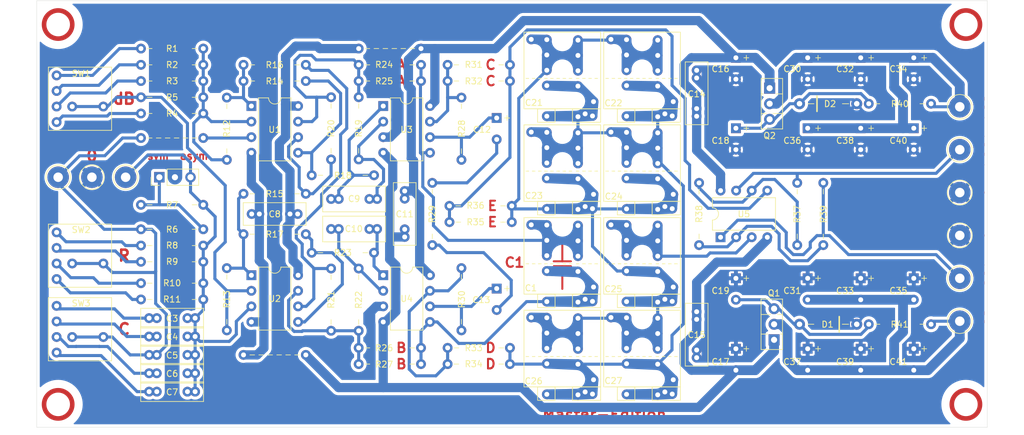
<source format=kicad_pcb>
(kicad_pcb (version 20211014) (generator pcbnew)
  (title_block (title "Phono-Preamp: \"Sound Of Silence\" (as of 09.2018)") (comment 1 "PCB is not the original -> but like the original = exactly the same component placement") (comment 2 "1 layer PCB / all THT components"))
  (layers (0 "F.Cu" signal) (31 "B.Cu" signal) (34 "B.Paste" user) (35 "F.Paste" user) (36 "B.SilkS" user "B.Silkscreen") (37 "F.SilkS" user "F.Silkscreen") (38 "B.Mask" user) (39 "F.Mask" user) (44 "Edge.Cuts" user))
  (net 0 "")
  (net 1 "Net-(C1-Pad1)")
  (net 2 "GND")
  (net 3 "Net-(C3-Pad1)")
  (net 4 "Net-(C3-Pad2)")
  (net 5 "Net-(C4-Pad1)")
  (net 6 "Net-(C5-Pad1)")
  (net 7 "Net-(C6-Pad1)")
  (net 8 "Net-(C7-Pad1)")
  (net 9 "Net-(C8-Pad1)")
  (net 10 "Net-(C8-Pad2)")
  (net 11 "Net-(C9-Pad1)")
  (net 12 "Net-(C9-Pad2)")
  (net 13 "Net-(C10-Pad1)")
  (net 14 "Net-(C19-Pad2)")
  (net 15 "Net-(C10-Pad2)")
  (net 16 "Net-(C21-Pad2)")
  (net 17 "+UB_r")
  (net 18 "-UB_r")
  (net 19 "Net-(C12-Pad1)")
  (net 20 "Net-(C12-Pad2)")
  (net 21 "Net-(C18-Pad1)")
  (net 22 "Net-(C13-Pad1)")
  (net 23 "Net-(C13-Pad2)")
  (net 24 "Net-(C21-Pad1)")
  (net 25 "Net-(C30-Pad1)")
  (net 26 "Net-(C31-Pad2)")
  (net 27 "Net-(C1-Pad2)")
  (net 28 "Net-(J5-Pad1)")
  (net 29 "Net-(J8-Pad1)")
  (net 30 "Net-(JP2-Pad2)")
  (net 31 "Net-(R1-Pad1)")
  (net 32 "Net-(R1-Pad2)")
  (net 33 "Net-(R2-Pad1)")
  (net 34 "Net-(R3-Pad1)")
  (net 35 "Net-(R4-Pad1)")
  (net 36 "Net-(R13-Pad2)")
  (net 37 "Net-(R8-Pad2)")
  (net 38 "Net-(R9-Pad2)")
  (net 39 "Net-(R10-Pad2)")
  (net 40 "Net-(JP1-Pad1)")
  (net 41 "Net-(R11-Pad2)")
  (net 42 "Net-(R12-Pad2)")
  (net 43 "Net-(R13-Pad1)")
  (net 44 "Net-(R14-Pad2)")
  (net 45 "Net-(R15-Pad2)")
  (net 46 "Net-(R16-Pad2)")
  (net 47 "Net-(R17-Pad2)")
  (net 48 "Net-(R19-Pad2)")
  (net 49 "Net-(R21-Pad2)")
  (net 50 "Net-(R28-Pad2)")
  (net 51 "Net-(R30-Pad1)")
  (net 52 "Net-(R31-Pad2)")
  (net 53 "Net-(R37-Pad1)")
  (net 54 "Net-(R38-Pad1)")
  (footprint "analoghifi:R_Axial_DIN0207_L6.3mm_D2.5mm_P10.16mm_Horizontal_minSilk" (layer "F.Cu") (at 144.5 103.1 90)
    (fp_text reference "R19")
    (fp_text value "47k")
  )
  (footprint "analoghifi:Loet_Pin_D1.5mm_L14.0mm" (layer "F.Cu") (at 242.5 108.5)
    (fp_text reference "J6" hide)
    (fp_text value "OUT_0")
  )
  (footprint "analoghifi:C_Rect_L10.0mm_W3.0mm_P5.00_P7.50mm" (layer "F.Cu") (at 110.33 141)
    (fp_text reference "C7")
    (fp_text value "47pF")
  )
  (footprint "analoghifi:R_Axial_DIN0207_L6.3mm_D2.5mm_P10.16mm_Horizontal_minSilk" (layer "F.Cu") (at 119.16 117.15 180)
    (fp_text reference "R8")
    (fp_text value "100Ω")
  )
  (footprint "analoghifi:Loet_Pin_D1.5mm_L14.0mm" (layer "F.Cu") (at 242.5 129.5)
    (fp_text reference "J9" hide)
    (fp_text value "-UB")
  )
  (footprint "analoghifi:C_Multi_THT_1-Layer_alternative_2_Electel" (layer "F.Cu") (at 180.25 136.515)
    (fp_text reference "C26")
    (fp_text value "68nF/1%" hide)
  )
  (footprint "analoghifi:R_Axial_DIN0207_L6.3mm_D2.5mm_P10.16mm_Horizontal_minSilk" (layer "F.Cu") (at 144.5 136.5)
    (fp_text reference "R27")
    (fp_text value "560")
  )
  (footprint "analoghifi:R_Axial_DIN0207_L6.3mm_D2.5mm_P10.16mm_Horizontal_minSilk" (layer "F.Cu") (at 123 103.16 90)
    (fp_text reference "R12")
    (fp_text value "2,2k")
  )
  (footprint "MountingHole:MountingHole_3.2mm_M3" (layer "F.Cu") (at 243.5 81.075)
    (fp_text reference "REF**" hide)
    (fp_text value "MountingHole_3.2mm_M3")
  )
  (footprint "analoghifi:Loet_Pin_D1.5mm_L14.0mm" (layer "F.Cu") (at 101 106)
    (fp_text reference "J2" hide)
    (fp_text value "IN_0 (GND)")
  )
  (footprint "analoghifi:Drahtbruecke_10.16mm" (layer "F.Cu") (at 135.88 135 180)
    (fp_text reference "JP4" hide)
    (fp_text value "Jumper_2_Bridged")
  )
  (footprint "Package_DIP:DIP-8_W7.62mm" (layer "F.Cu") (at 148.5 94.38)
    (fp_text reference "U3")
    (fp_text value "LME49720")
  )
  (footprint "analoghifi:R_Axial_DIN0207_L6.3mm_D2.5mm_P10.16mm_Horizontal_minSilk" (layer "F.Cu") (at 140 120.9 -90)
    (fp_text reference "R21")
    (fp_text value "3,3k")
  )
  (footprint "analoghifi:Loet_Pin_D1.5mm_L14.0mm" (layer "F.Cu") (at 242.5 101.5)
    (fp_text reference "J5" hide)
    (fp_text value "+OUT")
  )
  (footprint "analoghifi:CP_Radial_Black_D8.2mm_H12.0mm_P3.50mm_minimal_silk" (layer "F.Cu") (at 217.7 122.5 -90)
    (fp_text reference "C31")
    (fp_text value "12x 220uF/35V")
  )
  (footprint "analoghifi:R_Axial_DIN0207_L6.3mm_D2.5mm_P10.16mm_Horizontal_minSilk" (layer "F.Cu") (at 200 117.08 90)
    (fp_text reference "R38")
    (fp_text value "10k")
  )
  (footprint "analoghifi:CP_Radial_Black_D8.2mm_H12.0mm_P3.50mm_minimal_silk" (layer "F.Cu") (at 167 96.33 -90)
    (fp_text reference "C12")
    (fp_text value "470uF/16V")
  )
  (footprint "Package_TO_SOT_THT:TO-126-3_Vertical" (layer "F.Cu") (at 211.5 91.46 -90)
    (fp_text reference "Q2")
    (fp_text value "BD139")
  )
  (footprint "analoghifi:Drahtbruecke_10.16mm" (layer "F.Cu") (at 109 99.6)
    (fp_text reference "JP2" hide)
    (fp_text value "Jumper_2_Bridged")
  )
  (footprint "analoghifi:R_Axial_DIN0207_L6.3mm_D2.5mm_P10.16mm_Horizontal_minSilk" (layer "F.Cu") (at 109 85)
    (fp_text reference "R1")
    (fp_text value "47Ω")
  )
  (footprint "Connector_PinHeader_2.54mm:PinHeader_1x03_P2.54mm_Vertical" (layer "F.Cu") (at 112 106 90)
    (fp_text reference "JP1" hide)
    (fp_text value "Jumper_3_Bridged12")
  )
  (footprint "analoghifi:R_Axial_DIN0207_L6.3mm_D2.5mm_P10.16mm_Horizontal_minSilk" (layer "F.Cu") (at 144.5 133.85)
    (fp_text reference "R26")
    (fp_text value "33k")
  )
  (footprint "analoghifi:R_Axial_DIN0207_L6.3mm_D2.5mm_P10.16mm_Horizontal_minSilk" (layer "F.Cu") (at 125.72 87.65)
    (fp_text reference "R16")
    (fp_text value "2,2k")
  )
  (footprint "analoghifi:R_Axial_DIN0207_L6.3mm_D2.5mm_P10.16mm_Horizontal_minSilk" (layer "F.Cu") (at 119.16 125.95 180)
    (fp_text reference "R11")
    (fp_text value "1k")
  )
  (footprint "analoghifi:C_Multi_THT_1-Layer_alternative_2_Electel" (layer "F.Cu") (at 193.25 136.515)
    (fp_text reference "C27")
    (fp_text value "68nF/1%" hide)
  )
  (footprint "Package_DIP:DIP-8_W7.62mm" (layer "F.Cu") (at 148.5 122)
    (fp_text reference "U4")
    (fp_text value "LME49720")
  )
  (footprint "analoghifi:R_Axial_DIN0207_L6.3mm_D2.5mm_P10.16mm_Horizontal_minSilk" (layer "F.Cu") (at 119.16 110.5 180)
    (fp_text reference "R7")
    (fp_text value "24k")
  )
  (footprint "analoghifi:C_Rect_L10.0mm_W3.5mm_P5.00_P7.50mm" (layer "F.Cu") (at 152 108.25 -90)
    (fp_text reference "C11")
    (fp_text value "100nF")
  )
  (footprint "analoghifi:CP_Radial_Black_D8.2mm_H12.0mm_P3.50mm_minimal_silk" (layer "F.Cu") (at 235 98 -90)
    (fp_text reference "C40")
    (fp_text value "220uF/35V")
  )
  (footprint "analoghifi:C_Rect_L10.0mm_W3.0mm_P5.00_P7.50mm" (layer "F.Cu") (at 110.33 138)
    (fp_text reference "C6")
    (fp_text value "100pF")
  )
  (footprint "Package_DIP:DIP-8_W7.62mm" (layer "F.Cu") (at 203.5 115.8 90)
    (fp_text reference "U5")
    (fp_text value "LME49720")
  )
  (footprint "analoghifi:R_Axial_DIN0207_L6.3mm_D2.5mm_P10.16mm_Horizontal_minSilk" (layer "F.Cu") (at 125.72 115.3)
    (fp_text reference "R17")
    (fp_text value "2,2k")
  )
  (footprint "analoghifi:CP_Radial_Black_D8.2mm_H12.0mm_P3.50mm_minimal_silk" (layer "F.Cu") (at 226.35 86.5 -90)
    (fp_text reference "C32")
    (fp_text value "220uF/35V")
  )
  (footprint "analoghifi:R_Axial_DIN0207_L6.3mm_D2.5mm_P10.16mm_Horizontal_minSilk" (layer "F.Cu") (at 220.25 106.92 -90)
    (fp_text reference "R39")
    (fp_text value "2,7k")
  )
  (footprint "analoghifi:CP_Radial_Black_D8.2mm_H12.0mm_P3.50mm_minimal_silk" (layer "F.Cu") (at 235 86.5 -90)
    (fp_text reference "C34")
    (fp_text value "220uF/35V")
  )
  (footprint "analoghifi:C_Rect_L10.0mm_W3.0mm_P5.00_P7.50mm" (layer "F.Cu") (at 110.33 132)
    (fp_text reference "C4")
    (fp_text value "220pF")
  )
  (footprint "analoghifi:R_Axial_DIN0207_L6.3mm_D2.5mm_P10.16mm_Horizontal_minSilk" (layer "F.Cu") (at 161.25 120.84 -90)
    (fp_text reference "R30")
    (fp_text value "2,2k")
  )
  (footprint "analoghifi:C_Multi_THT_1-Layer_alternative_2_Electel" (layer "F.Cu") (at 193.25 106.251666)
    (fp_text reference "C24")
    (fp_text value "68nF/1%" hide)
  )
  (footprint "analoghifi:Loet_Pin_D1.5mm_L14.0mm" (layer "F.Cu") (at 242.5 94.5)
    (fp_text reference "J4" hide)
    (fp_text value "+UB")
  )
  (footprint "analoghifi:Loet_Pin_D1.5mm_L14.0mm" (layer "F.Cu") (at 242.5 115.5)
    (fp_text reference "J7" hide)
    (fp_text value "UB 0 (GND)")
  )
  (footprint "analoghifi:R_Axial_DIN0207_L6.3mm_D2.5mm_P10.16mm_Horizontal_minSilk" (layer "F.Cu") (at 161.25 103.16 90)
    (fp_text reference "R28")
    (fp_text value "2,2k")
  )
  (footprint "analoghifi:R_Axial_DIN0207_L6.3mm_D2.5mm_P10.16mm_Horizontal_minSilk" (layer "F.Cu") (at 109 90.3)
    (fp_text reference "R3")
    (fp_text value "220Ω")
  )
  (footprint "analoghifi:R_Axial_DIN0207_L6.3mm_D2.5mm_P10.16mm_Horizontal_minSilk" (layer "F.Cu") (at 125.72 90.3)
    (fp_text reference "R14")
    (fp_text value "2,2k")
  )
  (footprint "analoghifi:R_Axial_DIN0207_L6.3mm_D2.5mm_P10.16mm_Horizontal_minSilk" (layer "F.Cu") (at 140 103.1 90)
    (fp_text reference "R20")
    (fp_text value "3,3k")
  )
  (footprint "analoghifi:R_Axial_DIN0207_L6.3mm_D2.5mm_P10.16mm_Horizontal_minSilk" (layer "F.Cu") (at 119.16 119.8 180)
    (fp_text reference "R9")
    (fp_text value "220Ω")
  )
  (footprint "analoghifi:CP_Radial_Black_D8.2mm_H12.0mm_P3.50mm_minimal_silk" (layer "F.Cu") (at 226.35 134 -90)
    (fp_text reference "C39")
    (fp_text value "220uF/35V")
  )
  (footprint "analoghifi:CP_Radial_Black_D8.2mm_H12.0mm_P3.50mm_minimal_silk" (layer "F.Cu") (at 167 124.17 -90)
    (fp_text reference "C13")
    (fp_text value "470uF/16V")
  )
  (footprint "analoghifi:C_Rect_L10.0mm_W3.0mm_P5.00_P7.50mm" (layer "F.Cu") (at 110.33 135)
    (fp_text reference "C5")
    (fp_text value "47pF")
  )
  (footprint "MountingHole:MountingHole_3.2mm_M3" (layer "F.Cu") (at 95.5 81.075)
    (fp_text reference "REF**" hide)
    (fp_text value "MountingHole_3.2mm_M3")
  )
  (footprint "analoghifi:R_Axial_DIN0207_L6.3mm_D2.5mm_P10.16mm_Horizontal_minSilk" (layer "F.Cu") (at 156.5 117.08 90)
    (fp_text reference "R29")
    (fp_text value "470")
  )
  (footprint "MountingHole:MountingHole_3.2mm_M3" (layer "F.Cu") (at 243.5 143.075)
    (fp_text reference "REF**" hide)
    (fp_text value "MountingHole_3.2mm_M3")
  )
  (footprint "analoghifi:DRS_3016_4010_horiz_and_vert" (layer "F.Cu") (at 95.25 134.62 90)
    (fp_text reference "SW3")
    (fp_text value "DRS4010" hide)
  )
  (footprint "analoghifi:Drahtbruecke_10.16mm" (layer "F.Cu") (at 154.66 85 180)
    (fp_text reference "JP3" hide)
    (fp_text value "Jumper_2_Bridged")
  )
  (footprint "analoghifi:R_Axial_DIN0207_L6.3mm_D2.5mm_P10.16mm_Horizontal_minSilk" (layer "F.Cu") (at 237.82 130 180)
    (fp_text reference "R41")
    (fp_text value "3,3k")
  )
  (footprint "analoghifi:C_Rect_L10.0mm_W4.0mm_P5.00_P7.50mm" (layer "F.Cu") (at 140 109.55)
    (fp_text reference "C9")
    (fp_text value "470nF")
  )
  (footprint "analoghifi:D_DO-41_SOD81_medium_P9.33mm_Horiz_minSilk" (layer "F.Cu") (at 225.7 130 180)
    (fp_text reference "D1")
    (fp_text value "18V/1,3W/2%")
  )
  (footprint "analoghifi:CP_Radial_Black_D8.2mm_H12.0mm_P3.50mm_minimal_silk" (layer "F.Cu") (at 206 134 -90)
    (fp_text reference "C17")
    (fp_text value "220uF/35V")
  )
  (footprint "analoghifi:R_Axial_DIN0207_L6.3mm_D2.5mm_P10.16mm_Horizontal_minSilk" (layer "F.Cu") (at 109 92.95)
    (fp_text reference "R5")
    (fp_text value "560Ω")
  )
  (footprint "analoghifi:C_Rect_L10.0mm_W4.0mm_P5.00_P7.50mm" (layer "F.Cu") (at 147.5 114.45 180)
    (fp_text reference "C10")
    (fp_text value "470nF")
  )
  (footprint "analoghifi:C_Rect_L10.0mm_W3.0mm_P5.00_P7.50mm" (layer "F.Cu") (at 110.33 129)
    (fp_text reference "C3")
    (fp_text value "470pF")
  )
  (footprint "analoghifi:C_Rect_L10.0mm_W3.5mm_P5.00_P7.50mm" (layer "F.Cu") (at 199.6 135.45 90)
    (fp_text reference "C15")
    (fp_text value "100nF")
  )
  (footprint "analoghifi:R_Axial_DIN0207_L6.3mm_D2.5mm_P10.16mm_Horizontal_minSilk" (layer "F.Cu") (at 119.16 123.3 180)
    (fp_text reference "R10")
    (fp_text value "470Ω")
  )
  (footprint "analoghifi:C_Multi_THT_1-Layer_alternative_2_Electel" (layer "F.Cu") (at 180.25 91.12)
    (fp_text reference "C21")
    (fp_text value "7x 68nF/1%" hide)
  )
  (footprint "Package_DIP:DIP-8_W7.62mm" (layer "F.Cu") (at 127 94.38)
    (fp_text reference "U1")
    (fp_text value "LME49720")
  )
  (footprint "analoghifi:R_Axial_DIN0207_L6.3mm_D2.5mm_P10.16mm_Horizontal_minSilk" (layer "F.Cu") (at 136.84 105.68)
    (fp_text reference "R18")
    (fp_text value "3,3k")
  )
  (footprint "analoghifi:R_Axial_DIN0207_L6.3mm_D2.5mm_P10.16mm_Horizontal_minSilk" (layer "F.Cu") (at 159.3 113.325)
    (fp_text reference "R35")
    (fp_text value "33k")
  )
  (footprint "analoghifi:CP_Radial_Black_D8.2mm_H12.0mm_P3.50mm_minimal_silk" (layer "F.Cu") (at 206 122.5 -90)
    (fp_text reference "C19")
    (fp_text value "220uF/35V")
  )
  (footprint "analoghifi:R_Axial_DIN0207_L6.3mm_D2.5mm_P10.16mm_Horizontal_minSilk" (layer "F.Cu") (at 159 90.3)
    (fp_text reference "R32")
    (fp_text value "33k")
  )
  (footprint "analoghifi:R_Axial_DIN0207_L6.3mm_D2.5mm_P10.16mm_Horizontal_minSilk" (layer "F.Cu") (at 144.5 131.06 90)
    (fp_text reference "R22")
    (fp_text value "47k")
  )
  (footprint "analoghifi:DRS_3016_4010_horiz_and_vert" (layer "F.Cu") (at 95.25 97 90)
    (fp_text reference "SW1")
    (fp_text value "DRS4010" hide)
  )
  (footprint "analoghifi:R_Axial_DIN0207_L6.3mm_D2.5mm_P10.16mm_Horizontal_minSilk" (layer "F.Cu") (at 144.5 87.65)
    (fp_text reference "R24")
    (fp_text value "560")
  )
  (footprint "analoghifi:DRS_3016_4010_horiz_and_vert" (layer "F.Cu") (at 95.25 122.62 90)
    (fp_text reference "SW2")
    (fp_text value "DRS4010" hide)
  )
  (footprint "analoghifi:Loet_Pin_D1.5mm_L14.0mm" (layer "F.Cu") (at 106.5 106)
    (fp_text reference "J3" hide)
    (fp_text value "IN-")
  )
  (footprint "analoghifi:D_DO-41_SOD81_medium_P9.33mm_Horiz_minSilk" (layer "F.Cu") (at 216.37 94)
    (fp_text reference "D2")
    (fp_text value "18V/1,3W/2%")
  )
  (footprint "MountingHole:MountingHole_3.2mm_M3" (layer "F.Cu") (at 95.5 143.075)
    (fp_text reference "REF**" hide)
    (fp_text value "MountingHole_3.2mm_M3")
  )
  (footprint "analoghifi:CP_Radial_Black_D8.2mm_H12.0mm_P3.50mm_minimal_silk" (layer "F.Cu") (at 235 134 -90)
    (fp_text reference "C41")
    (fp_text value "220uF/35V")
  )
  (footprint "analoghifi:R_Axial_DIN0207_L6.3mm_D2.5mm_P10.16mm_Horizontal_minSilk" (layer "F.Cu") (at 125.72 108.7)
    (fp_text reference "R15")
    (fp_text value "2,2k")
  )
  (footprint "analoghifi:R_Axial_DIN0207_L6.3mm_D2.5mm_P10.16mm_Horizontal_minSilk" (layer "F.Cu") (at 159 136.5)
    (fp_text reference "R34")
    (fp_text value "3,3k")
  )
  (footprint "analoghifi:CP_Radial_Black_D8.2mm_H12.0mm_P3.50mm_minimal_silk" (layer "F.Cu") (at 206 98 -90)
    (fp_text reference "C18")
    (fp_text value "220uF/35V")
  )
  (footprint "analoghifi:C_Rect_L10.0mm_W3.5mm_P5.00_P7.50mm" (layer "F.Cu") (at 134.55 112 180)
    (fp_text reference "C8")
    (fp_text value "100nF")
  )
  (footprint "analoghifi:C_Multi_THT_1-Layer_alternative_2_Electel" (layer "F.Cu") (at 180.25 106.251666)
    (fp_text reference "C23")
    (fp_text value "68nF/1%" hide)
  )
  (footprint "analoghifi:R_Axial_DIN0207_L6.3mm_D2.5mm_P10.16mm_Horizontal_minSilk" (layer "F.Cu") (at 144.5 90.3)
    (fp_text reference "R25")
    (fp_text value "33k")
  )
  (footprint "analoghifi:Loet_Pin_D1.5mm_L14.0mm" (layer "F.Cu") (at 95.5 106)
    (fp_text reference "J1" hide)
    (fp_text value "IN+")
  )
  (footprint "analoghifi:C_Multi_THT_1-Layer_alternative_2_Electel" (layer "F.Cu") (at 180.25 121.383332)
    (fp_text reference "C1")
    (fp_text value "68nF/1%" hide)
  )
  (footprint "analoghifi:R_Axial_DIN0207_L6.3mm_D2.5mm_P10.16mm_Horizontal_minSilk" (layer "F.Cu") (at 119.16 114.5 180)
    (fp_text reference "R6")
    (fp_text value "24k")
  )
  (footprint "analoghifi:C_Multi_THT_1-Layer_alternative_2_Electel" (layer "F.Cu") (at 193.25 91.12)
    (fp_text reference "C22")
    (fp_text value "68nF/1%" hide)
  )
  (footprint "analoghifi:R_Axial_DIN0207_L6.3mm_D2.5mm_P10.16mm_Horizontal_minSilk" (layer "F.Cu") (at 136.84 118.32)
    (fp_text reference "R23")
    (fp_text value "3,3k")
  )
  (footprint "analoghifi:R_Axial_DIN0207_L6.3mm_D2.5mm_P10.16mm_Horizontal_minSilk" (layer "F.Cu") (at 109 87.65)
    (fp_text reference "R2")
    (fp_text value "100Ω")
  )
  (footprint "analoghifi:R_Axial_DIN0207_L6.3mm_D2.5mm_P10.16mm_Horizontal_minSilk" (layer "F.Cu") (at 109 95.6)
    (fp_text reference "R4")
    (fp_text value "560Ω")
  )
  (footprint "analoghifi:C_Rect_L10.0mm_W3.5mm_P5.00_P7.50mm" (layer "F.Cu") (at 199.6 96.05 90)
    (fp_text reference "C14")
    (fp_text value "100nF")
  )
  (footprint "analoghifi:CP_Radial_Black_D8.2mm_H12.0mm_P3.50mm_minimal_silk" (layer "F.Cu") (at 226.35 98 -90)
    (fp_text reference "C38")
    (fp_text value "220uF/35V")
  )
  (footprint "analoghifi:Loet_Pin_D1.5mm_L14.0mm" (layer "F.Cu") (at 242.5 122.5)
    (fp_text reference "J8" hide)
    (fp_text value "-OUT")
  )
  (footprint "analoghifi:CP_Radial_Black_D8.2mm_H12.0mm_P3.50mm_minimal_silk" (layer "F.Cu") (at 235 122.5 -90)
    (fp_text reference "C35")
    (fp_text value "220uF/35V")
  )
  (footprint "analoghifi:R_Axial_DIN0207_L6.3mm_D2.5mm_P10.16mm_Horizontal_minSilk" (layer "F.Cu") (at 159 87.65)
    (fp_text reference "R31")
    (fp_text value "3,3k")
  )
  (footprint "analoghifi:CP_Radial_Black_D8.2mm_H12.0mm_P3.50mm_minimal_silk" (layer "F.Cu") (at 226.35 122.5 -90)
    (fp_text reference "C33")
    (fp_text value "220uF/35V")
  )
  (footprint "analoghifi:R_Axial_DIN0207_L6.3mm_D2.5mm_P10.16mm_Horizontal_minSilk" (layer "F.Cu") (at 227.66 94)
    (fp_text reference "R40")
    (fp_text value "3,3k")
  )
  (footprint "Package_TO_SOT_THT:TO-126-3_Vertical" (layer "F.Cu") (at 212.225 132.54 90)
    (fp_text reference "Q1")
    (fp_text value "BD140")
  )
  (footprint "analoghifi:C_Multi_THT_1-Layer_alternative_2_Electel" (layer "F.Cu") (at 193.25 121.383332)
    (fp_text reference "C25")
    (fp_text value "68nF/1%" hide)
  )
  (footprint "analoghifi:R_Axial_DIN0207_L6.3mm_D2.5mm_P10.16mm_Horizontal_minSilk" (layer "F.Cu") (at 159.3 110.675)
    (fp_text reference "R36")
    (fp_text value "680")
  )
  (footprint "Package_DIP:DIP-8_W7.62mm" (layer "F.Cu") (at 127 122)
    (fp_text reference "U2")
    (fp_text value "LME49720")
  )
  (footprint "analoghifi:R_Axial_DIN0207_L6.3mm_D2.5mm_P10.16mm_Horizontal_minSilk" (layer "F.Cu") (at 159 133.85)
    (fp_text reference "R33")
    (fp_text value "33k")
  )
  (footprint "analoghifi:CP_Radial_Black_D8.2mm_H12.0mm_P3.50mm_minimal_silk" (layer "F.Cu") (at 217.7 98 -90)
    (fp_text reference "C36")
    (fp_text value "220uF/35V")
  )
  (footprint "analoghifi:CP_Radial_Black_D8.2mm_H12.0mm_P3.50mm_minimal_silk" (layer "F.Cu") (at 217.7 86.5 -90)
    (fp_text reference "C30")
    (fp_text value "220uF/35V")
  )
  (footprint "analoghifi:CP_Radial_Black_D8.2mm_H12.0mm_P3.50mm_minimal_silk" (layer "F.Cu") (at 217.7 134 -90)
    (fp_text reference "C37")
    (fp_text value "220uF/35V")
  )
  (footprint "analoghifi:R_Axial_DIN0207_L6.3mm_D2.5mm_P10.16mm_Horizontal_minSilk" (layer "F.Cu") (at 123 120.84 -90)
    (fp_text reference "R13")
    (fp_text value "2,2k")
  )
  (footprint "analoghifi:CP_Radial_Black_D8.2mm_H12.0mm_P3.50mm_minimal_silk" (layer "F.Cu") (at 206 86.5 -90)
    (fp_text reference "C16")
    (fp_text value "220uF/35V")
  )
  (footprint "analoghifi:R_Axial_DIN0207_L6.3mm_D2.5mm_P10.16mm_Horizontal_minSilk" (layer "F.Cu") (at 216 117.08 90)
    (fp_text reference "R37")
    (fp_text value "2,7k")
  )
  (gr_line (start 177.7 116.025) (end 177.7 119.725) (layer "F.Cu") (width 0.325))
  (gr_line (start 177.7 119.725) (end 179.1 119.725) (layer "F.Cu") (width 0.325))
  (gr_line (start 177.7 124.225) (end 177.7 120.525) (layer "F.Cu") (width 0.325))
  (gr_line (start 176.3 119.725) (end 177.7 119.725) (layer "F.Cu") (width 0.325))
  (gr_circle (center 243.5 143.075) (end 245.8 143.075) (layer "F.Cu") (width 0.75) (fill none))
  (gr_circle (center 243.5 81.075) (end 245.8 81.075) (layer "F.Cu") (width 0.75) (fill none))
  (gr_line (start 176.3 120.525) (end 177.7 120.525) (layer "F.Cu") (width 0.325))
  (gr_circle (center 95.5 143.075) (end 97.8 143.075) (layer "F.Cu") (width 0.75) (fill none))
  (gr_line (start 177.7 120.525) (end 179.1 120.525) (layer "F.Cu") (width 0.325))
  (gr_circle (center 95.5 81.075) (end 97.8 81.075) (layer "F.Cu") (width 0.75) (fill none))
  (gr_line (start 92 77.175) (end 247 77.175) (layer "Edge.Cuts") (width 0.05))
  (gr_line (start 247 77.175) (end 247 146.825) (layer "Edge.Cuts") (width 0.05))
  (gr_line (start 247 146.825) (end 92 146.825) (layer "Edge.Cuts") (width 0.05))
  (gr_line (start 92 146.825) (end 92 77.175) (layer "Edge.Cuts") (width 0.05))
  (gr_text "R" (at 106.25 118.81) (layer "F.Cu") (effects (font (size 1.8 1.8) (thickness 0.4))))
  (gr_text "0" (at 245.67 115.5 90) (layer "F.Cu") (effects (font (size 1.5 1.5) (thickness 0.3))))
  (gr_text "B" (at 151.45 136.5) (layer "F.Cu") (effects (font (size 1.55 1.6) (thickness 0.325))))
  (gr_text "D" (at 166 136.5) (layer "F.Cu") (effects (font (size 1.55 1.6) (thickness 0.325))))
  (gr_text "A" (at 151.45 90.3) (layer "F.Cu") (effects (font (size 1.55 1.6) (thickness 0.325))))
  (gr_text "0" (at 101 102.525) (layer "F.Cu") (effects (font (size 1.8 1.8) (thickness 0.4))))
  (gr_text "Master-Edition" (at 184.56 144.725) (layer "F.Cu") (effects (font (size 1.7 1.79) (thickness 0.325))))
  (gr_text "E" (at 166.3 110.675) (layer "F.Cu") (effects (font (size 1.55 1.6) (thickness 0.325))))
  (gr_text "A" (at 151.45 87.65) (layer "F.Cu") (effects (font (size 1.55 1.6) (thickness 0.325))))
  (gr_text "dB" (at 106.25 93.19) (layer "F.Cu") (effects (font (size 1.8 1.8) (thickness 0.4))))
  (gr_text "+Ub" (at 245.67 94.825 90) (layer "F.Cu") (effects (font (size 1.5 1.5) (thickness 0.3))))
  (gr_text "Sound\nof\nSilence" (at 230.5 112.125) (layer "F.Cu") (effects (font (size 2.275 2.275) (thickness 0.4) italic)))
  (gr_text "B" (at 151.45 133.85) (layer "F.Cu") (effects (font (size 1.55 1.6) (thickness 0.325))))
  (gr_text "C" (at 166 87.65) (layer "F.Cu") (effects (font (size 1.55 1.6) (thickness 0.325))))
  (gr_text "C1" (at 169.9 119.925) (layer "F.Cu") (effects (font (size 1.55 1.6) (thickness 0.325))))
  (gr_text "+" (at 95.5 102.525) (layer "F.Cu") (effects (font (size 1.8 1.8) (thickness 0.4))))
  (gr_text "C" (at 106.25 130.81) (layer "F.Cu") (effects (font (size 1.8 1.8) (thickness 0.4))))
  (gr_text "0" (at 245.67 108.5 90) (layer "F.Cu") (effects (font (size 1.5 1.5) (thickness 0.3))))
  (gr_text "-OUT" (at 245.67 122.825 90) (layer "F.Cu") (effects (font (size 1.5 1.5) (thickness 0.3))))
  (gr_text "C" (at 166 90.3) (layer "F.Cu") (effects (font (size 1.55 1.6) (thickness 0.325))))
  (gr_text "E" (at 166.3 113.325) (layer "F.Cu") (effects (font (size 1.55 1.6) (thickness 0.325))))
  (gr_text "sym  asym" (at 115 102.525) (layer "F.Cu") (effects (font (size 1.2 1.2) (thickness 0.25))))
  (gr_text "D" (at 166 133.85) (layer "F.Cu") (effects (font (size 1.55 1.6) (thickness 0.325))))
  (gr_text "+OUT" (at 245.67 101.825 90) (layer "F.Cu") (effects (font (size 1.5 1.5) (thickness 0.3))))
  (gr_text "-" (at 106.5 102.525) (layer "F.Cu") (effects (font (size 1.8 1.8) (thickness 0.4))))
  (gr_text "-Ub" (at 245.67 129.825 90) (layer "F.Cu") (effects (font (size 1.5 1.5) (thickness 0.3))))
  (gr_text "Phono-Preamp" (at 156.5 144.725) (layer "F.Cu") (effects (font (size 1.7 1.79) (thickness 0.325))))
  (segment (start 175.17 113.803332) (end 172.67 113.803332) (width 0.5) (layer "B.Cu") (net 1))
  (segment (start 172.67 113.803332) (end 172.63 113.763332) (width 0.5) (layer "B.Cu") (net 1))
  (segment (start 180.25 113.883332) (end 180.25 118.883332) (width 0.5) (layer "B.Cu") (net 1))
  (segment (start 154.950489 102.399511) (end 154.950489 107.565489) (width 0.5) (layer "B.Cu") (net 1))
  (segment (start 156.69 109.305) (end 156.69 113.905) (width 0.5) (layer "B.Cu") (net 1))
  (segment (start 156.12 102) (end 154.59 102) (width 0.5) (layer "B.Cu") (net 1))
  (segment (start 175.25 116.383332) (end 175.17 116.303332) (width 0.5) (layer "B.Cu") (net 1))
  (segment (start 180.25 116.383332) (end 175.25 116.383332) (width 0.5) (layer "B.Cu") (net 1))
  (segment (start 154.570489 102.019511) (end 154.570489 90.389511) (width 0.5) (layer "B.Cu") (net 1))
  (segment (start 154.59 102) (end 154.570489 102.019511) (width 0.5) (layer "B.Cu") (net 1))
  (segment (start 154.950489 107.565489) (end 156.69 109.305) (width 0.5) (layer "B.Cu") (net 1))
  (segment (start 154.570489 102.019511) (end 154.950489 102.399511) (width 0.5) (layer "B.Cu") (net 1))
  (segment (start 159.088332 116.303332) (end 175.17 116.303332) (width 0.5) (layer "B.Cu") (net 1))
  (segment (start 154.570489 90.389511) (end 154.66 90.3) (width 0.5) (layer "B.Cu") (net 1))
  (segment (start 156.69 113.905) (end 159.088332 116.303332) (width 0.5) (layer "B.Cu") (net 1))
  (segment (start 175.17 118.803332) (end 175.17 113.803332) (width 0.5) (layer "B.Cu") (net 1))
  (segment (start 154.66 87.65) (end 154.66 90.3) (width 0.5) (layer "B.Cu") (net 1))
  (segment (start 199.6 134.2) (end 199.6 135.45) (width 0.5) (layer "B.Cu") (net 2))
  (segment (start 147.36863 127.08) (end 146.45 127.99863) (width 1.5) (layer "B.Cu") (net 2))
  (segment (start 146.45 127.99863) (end 146.45 130.425) (width 1.5) (layer "B.Cu") (net 2))
  (segment (start 148.5 99.46) (end 149.63137 99.46) (width 1.5) (layer "B.Cu") (net 2))
  (segment (start 150.55 98.54137) (end 150.55 96.575) (width 1.5) (layer "B.Cu") (net 2))
  (segment (start 149.63137 99.46) (end 150.55 98.54137) (width 1.5) (layer "B.Cu") (net 2))
  (segment (start 199.6 88.55) (end 199.6 89.8) (width 0.5) (layer "B.Cu") (net 2))
  (segment (start 148.5 127.08) (end 147.36863 127.08) (width 1.5) (layer "B.Cu") (net 2))
  (segment (start 95.25 127) (end 95.74 127.49) (width 0.5) (layer "B.Cu") (net 3))
  (segment (start 104.7 127.49) (end 106.21 129) (width 0.5) (layer "B.Cu") (net 3))
  (segment (start 110.33 129) (end 111.58 129) (width 0.5) (layer "B.Cu") (net 3))
  (segment (start 106.21 129) (end 110.33 129) (width 0.5) (layer "B.Cu") (net 3))
  (segment (start 95.74 127.49) (end 104.7 127.49) (width 0.5) (layer "B.Cu") (net 3))
  (segment (start 117.83 138) (end 116.58 138) (width 0.5) (layer "B.Cu") (net 4))
  (segment (start 119.16 117.15) (end 119.605 117.15) (width 0.5) (layer "B.Cu") (net 4))
  (segment (start 124.549511 129.530489) (end 127 127.08) (width 0.5) (layer "B.Cu") (net 4))
  (segment (start 117.83 135) (end 116.58 135) (width 0.5) (layer "B.Cu") (net 4))
  (segment (start 119.16 127.67) (end 117.83 129) (width 0.5) (layer "B.Cu") (net 4))
  (segment (start 117.83 132) (end 116.58 132) (width 0.5) (layer "B.Cu") (net 4))
  (segment (start 123.391342 132.799999) (end 124.549511 131.64183) (width 0.5) (layer "B.Cu") (net 4))
  (segment (start 115.83 102.37) (end 117.08 103.62) (width 0.5) (layer "B.Cu") (net 4))
  (segment (start 117.08 103.62) (end 117.08 106) (width 0.5) (layer "B.Cu") (net 4))
  (segment (start 117.08 108.42) (end 119.16 110.5) (width 0.5) (layer "B.Cu") (net 4))
  (segment (start 121.1 112.44) (end 119.16 110.5) (width 0.5) (layer "B.Cu") (net 4))
  (segment (start 117.83 129) (end 116.58 129) (width 0.5) (layer "B.Cu") (net 4))
  (segment (start 119.16 125.95) (end 119.16 127.67) (width 0.5) (layer "B.Cu") (net 4))
  (segment (start 117.83 141) (end 117.83 129) (width 0.5) (layer "B.Cu") (net 4))
  (segment (start 106.5 106) (end 110.13 102.37) (width 0.5) (layer "B.Cu") (net 4))
  (segment (start 118.629999 132.799999) (end 123.391342 132.799999) (width 0.5) (layer "B.Cu") (net 4))
  (segment (start 119.605 117.15) (end 121.1 115.655) (width 0.5) (layer "B.Cu") (net 4))
  (segment (start 117.83 132) (end 118.629999 132.799999) (width 0.5) (layer "B.Cu") (net 4))
  (segment (start 110.13 102.37) (end 115.83 102.37) (width 0.5) (layer "B.Cu") (net 4))
  (segment (start 117.08 106) (end 117.08 108.42) (width 0.5) (layer "B.Cu") (net 4))
  (segment (start 119.16 117.15) (end 119.16 125.95) (width 0.5) (layer "B.Cu") (net 4))
  (segment (start 117.83 141) (end 116.58 141) (width 0.5) (layer "B.Cu") (net 4))
  (segment (start 121.1 115.655) (end 121.1 112.44) (width 0.5) (layer "B.Cu") (net 4))
  (segment (start 124.549511 131.64183) (end 124.549511 129.530489) (width 0.5) (layer "B.Cu") (net 4))
  (segment (start 95.25 129.54) (end 95.67 129.96) (width 0.5) (layer "B.Cu") (net 5))
  (segment (start 95.67 129.96) (end 104.67 129.96) (width 0.5) (layer "B.Cu") (net 5))
  (segment (start 106.71 132) (end 110.33 132) (width 0.5) (layer "B.Cu") (net 5))
  (segment (start 110.33 132) (end 111.58 132) (width 0.5) (layer "B.Cu") (net 5))
  (segment (start 104.67 129.96) (end 106.71 132) (width 0.5) (layer "B.Cu") (net 5))
  (segment (start 113.129511 133.450489) (end 113.129511 128.349511) (width 0.5) (layer "B.Cu") (net 6))
  (segment (start 102.87 120.08) (end 104.34 121.55) (width 0.5) (layer "B.Cu") (net 6))
  (segment (start 113.129511 128.349511) (end 111.400489 126.620489) (width 0.5) (layer "B.Cu") (net 6))
  (segment (start 107.25 135) (end 104.33 132.08) (width 0.5) (layer "B.Cu") (net 6))
  (segment (start 95.5 107) (end 95.5 106) (width 0.5) (layer "B.Cu") (net 6))
  (segment (start 103.1 102.5) (end 106 99.6) (width 0.5) (layer "B.Cu") (net 6))
  (segment (start 104.34 121.55) (end 111.2 121.55) (width 0.5) (layer "B.Cu") (net 6))
  (segment (start 110.33 135) (end 111.58 135) (width 0.5) (layer "B.Cu") (net 6))
  (segment (start 111.400489 121.349511) (end 111.400489 115.150489) (width 0.5) (layer "B.Cu") (net 6))
  (segment (start 106 99.6) (end 109 99.6) (width 0.5) (layer "B.Cu") (net 6))
  (segment (start 99 102.5) (end 103.1 102.5) (width 0.5) (layer "B.Cu") (net 6))
  (segment (start 111.58 135) (end 113.129511 133.450489) (width 0.5) (layer "B.Cu") (net 6))
  (segment (start 104.33 132.08) (end 102.87 132.08) (width 0.5) (layer "B.Cu") (net 6))
  (segment (start 97.79 132.08) (end 102.87 132.08) (width 0.5) (layer "B.Cu") (net 6))
  (segment (start 111.2 121.55) (end 111.400489 121.349511) (width 0.5) (layer "B.Cu") (net 6))
  (segment (start 110.75 114.5) (end 109 114.5) (width 0.5) (layer "B.Cu") (net 6))
  (segment (start 111.400489 115.150489) (end 110.75 114.5) (width 0.5) (layer "B.Cu") (net 6))
  (segment (start 95.5 106) (end 99 102.5) (width 0.5) (layer "B.Cu") (net 6))
  (segment (start 107.25 135) (end 110.33 135) (width 0.5) (layer "B.Cu") (net 6))
  (segment (start 103 114.5) (end 95.5 107) (width 0.5) (layer "B.Cu") (net 6))
  (segment (start 97.79 120.08) (end 102.87 120.08) (width 0.5) (layer "B.Cu") (net 6))
  (segment (start 109 114.5) (end 103 114.5) (width 0.5) (layer "B.Cu") (net 6))
  (segment (start 111.400489 126.620489) (end 111.400489 121.349511) (width 0.5) (layer "B.Cu") (net 6))
  (segment (start 95.598659 132.08) (end 95.25 132.08) (width 0.5) (layer "B.Cu") (net 7))
  (segment (start 97.14817 133.629511) (end 95.598659 132.08) (width 0.5) (layer "B.Cu") (net 7))
  (segment (start 103.549511 133.629511) (end 102.22817 133.629511) (width 0.5) (layer "B.Cu") (net 7))
  (segment (start 98.440852 133.620489) (end 98.43183 133.629511) (width 0.5) (layer "B.Cu") (net 7))
  (segment (start 107.92 138) (end 103.549511 133.629511) (width 0.5) (layer "B.Cu") (net 7))
  (segment (start 110.33 138) (end 111.58 138) (width 0.5) (layer "B.Cu") (net 7))
  (segment (start 102.219148 133.620489) (end 98.440852 133.620489) (width 0.5) (layer "B.Cu") (net 7))
  (segment (start 98.43183 133.629511) (end 97.14817 133.629511) (width 0.5) (layer "B.Cu") (net 7))
  (segment (start 110.33 138) (end 107.92 138) (width 0.5) (layer "B.Cu") (net 7))
  (segment (start 102.22817 133.629511) (end 102.219148 133.620489) (width 0.5) (layer "B.Cu") (net 7))
  (segment (start 102.49 135.11) (end 95.74 135.11) (width 0.5) (layer "B.Cu") (net 8))
  (segment (start 110.33 141) (end 108.38 141) (width 0.5) (layer "B.Cu") (net 8))
  (segment (start 108.38 141) (end 102.49 135.11) (width 0.5) (layer "B.Cu") (net 8))
  (segment (start 95.74 135.11) (end 95.25 134.62) (width 0.5) (layer "B.Cu") (net 8))
  (segment (start 110.33 141) (end 111.58 141) (width 0.5) (layer "B.Cu") (net 8))
  (segment (start 134.62 120.411969) (end 134.62 122) (width 1.5) (layer "B.Cu") (net 9))
  (segment (start 133.790978 117.522947) (end 133.790979 119.582948) (width 1.5) (layer "B.Cu") (net 9))
  (segment (start 133.790979 119.582948) (end 134.62 120.411969) (width 1.5) (layer "B.Cu") (net 9))
  (segment (start 131.570979 103.262948) (end 133.3 104.991969) (width 1.5) (layer "B.Cu") (net 9))
  (segment (start 132.83 116.561969) (end 133.790978 117.522947) (width 1.5) (layer "B.Cu") (net 9))
  (segment (start 137.745978 84.600978) (end 134.243394 84.600978) (width 1.5) (layer "B.Cu") (net 9))
  (segment (start 134.55 112) (end 133.3 112) (width 0.5) (layer "B.Cu") (net 9))
  (segment (start 132.570489 99.388869) (end 131.570978 100.38838) (width 1.5) (layer "B.Cu") (net 9))
  (segment (start 132.570489 94.115489) (end 132.570489 99.388869) (width 1.5) (layer "B.Cu") (net 9))
  (segment (start 144.5 85) (end 138.145 85) (width 1.5) (layer "B.Cu") (net 9))
  (segment (start 134.62 94.38) (end 132.835 94.38) (width 1.5) (layer "B.Cu") (net 9))
  (segment (start 133.3 112) (end 133.3 113.565) (width 1.5) (layer "B.Cu") (net 9))
  (segment (start 133.3 104.991969) (end 133.3 112) (width 1.5) (layer "B.Cu") (net 9))
  (segment (start 134.243394 84.600978) (end 132.570489 86.273883) (width 1.5) (layer "B.Cu") (net 9))
  (segment (start 132.83 114.035) (end 132.83 116.561969) (width 1.5) (layer "B.Cu") (net 9))
  (segment (start 132.570489 86.273883) (end 132.570489 94.115489) (width 1.5) (layer "B.Cu") (net 9))
  (segment (start 133.3 113.565) (end 132.83 114.035) (width 1.5) (layer "B.Cu") (net 9))
  (segment (start 132.835 94.38) (end 132.570489 94.115489) (width 1.5) (layer "B.Cu") (net 9))
  (segment (start 138.145 85) (end 137.745978 84.600978) (width 1.5) (layer "B.Cu") (net 9))
  (segment (start 131.570978 100.38838) (end 131.570979 103.262948) (width 1.5) (layer "B.Cu") (net 9))
  (segment (start 127.935 135) (end 125.72 135) (width 1.5) (layer "B.Cu") (net 10))
  (segment (start 129.049511 120.374511) (end 129.049511 129.375489) (width 1.5) (layer "B.Cu") (net 10))
  (segment (start 127 129.62) (end 128.805 129.62) (width 1.5) (layer "B.Cu") (net 10))
  (segment (start 128.3 108.381553) (end 127 107.081553) (width 1.5) (layer "B.Cu") (net 10))
  (segment (start 128.3 112) (end 128.3 119.625) (width 1.5) (layer "B.Cu") (net 10))
  (segment (start 127 107.081553) (end 127 102) (width 1.5) (layer "B.Cu") (net 10))
  (segment (start 129.049511 133.885489) (end 127.935 135) (width 1.5) (layer "B.Cu") (net 10))
  (segment (start 128.3 119.625) (end 129.049511 120.374511) (width 1.5) (layer "B.Cu") (net 10))
  (segment (start 127.05 112) (end 128.3 112) (width 0.5) (layer "B.Cu") (net 10))
  (segment (start 129.049511 129.375489) (end 129.049511 133.885489) (width 1.5) (layer "B.Cu") (net 10))
  (segment (start 128.805 129.62) (end 129.049511 129.375489) (width 1.5) (layer "B.Cu") (net 10))
  (segment (start 128.3 112) (end 128.3 108.381553) (width 1.5) (layer "B.Cu") (net 10))
  (segment (start 148.5 94.38) (end 142.950489 99.929511) (width 0.5) (layer "B.Cu") (net 11))
  (segment (start 142.950489 104.910489) (end 143.72 105.68) (width 0.5) (layer "B.Cu") (net 11))
  (segment (start 143.72 105.68) (end 147 105.68) (width 0.5) (layer "B.Cu") (net 11))
  (segment (start 142.950489 99.929511) (end 142.950489 104.910489) (width 0.5) (layer "B.Cu") (net 11))
  (segment (start 141.25 108.15) (end 141.25 109.55) (width 0.5) (layer "B.Cu") (net 11))
  (segment (start 143.72 105.68) (end 141.25 108.15) (width 0.5) (layer "B.Cu") (net 11))
  (segment (start 140 109.55) (end 141.25 109.55) (width 0.5) (layer "B.Cu") (net 11))
  (segment (start 146.25 109.55) (end 147.5 109.55) (width 0.5) (layer "B.Cu") (net 12))
  (segment (start 147.5 107.730925) (end 148.54951 106.681415) (width 0.5) (layer "B.Cu") (net 12))
  (segment (start 146.965 103.1) (end 144.5 103.1) (width 0.5) (layer "B.Cu") (net 12))
  (segment (start 148.549511 104.684511) (end 146.965 103.1) (width 0.5) (layer "B.Cu") (net 12))
  (segment (start 148.5 96.92) (end 144.5 100.92) (width 0.5) (layer "B.Cu") (net 12))
  (segment (start 144.5 100.92) (end 144.5 103.1) (width 0.5) (layer "B.Cu") (net 12))
  (segment (start 147.5 109.55) (end 147.5 107.730925) (width 0.5) (layer "B.Cu") (net 12))
  (segment (start 148.54951 106.681415) (end 148.549511 104.684511) (width 0.5) (layer "B.Cu") (net 12))
  (segment (start 147 120.5) (end 147 118.32) (width 0.5) (layer "B.Cu") (net 13))
  (segment (start 147.5 117.82) (end 147 118.32) (width 0.5) (layer "B.Cu") (net 13))
  (segment (start 148.5 122) (end 147 120.5) (width 0.5) (layer "B.Cu") (net 13))
  (segment (start 146.25 114.45) (end 147.5 114.45) (width 0.5) (layer "B.Cu") (net 13))
  (segment (start 147.5 114.45) (end 147.5 117.82) (width 0.5) (layer "B.Cu") (net 13))
  (segment (start 210.765 126) (end 212.225 127.46) (width 0.5) (layer "B.Cu") (net 14))
  (segment (start 216.37 130) (end 218.019511 131.649511) (width 0.5) (layer "B.Cu") (net 14))
  (segment (start 206 126) (end 210.765 126) (width 0.5) (layer "B.Cu") (net 14))
  (segment (start 226.383251 131.649511) (end 227.66 130.372762) (width 0.5) (layer "B.Cu") (net 14))
  (segment (start 212.975 127.46) (end 212.225 127.46) (width 0.5) (layer "B.Cu") (net 14))
  (segment (start 215.515 130) (end 212.975 127.46) (width 0.5) (layer "B.Cu") (net 14))
  (segment (start 218.019511 131.649511) (end 226.383251 131.649511) (width 0.5) (layer "B.Cu") (net 14))
  (segment (start 227.66 130.372762) (end 227.66 130) (width 0.5) (layer "B.Cu") (net 14))
  (segment (start 216.37 130) (end 215.515 130) (width 0.5) (layer "B.Cu") (net 14))
  (segment (start 141.25 114.45) (end 141.25 117.65) (width 0.5) (layer "B.Cu") (net 15))
  (segment (start 140 114.45) (end 141.25 114.45) (width 0.5) (layer "B.Cu") (net 15))
  (segment (start 141.25 117.65) (end 144.5 120.9) (width 0.5) (layer "B.Cu") (net 15))
  (segment (start 148.5 124.54) (end 148.14 124.54) (width 0.5) (layer "B.Cu") (net 15))
  (segment (start 148.14 124.54) (end 144.5 120.9) (width 0.5) (layer "B.Cu") (net 15))
  (segment (start 172.63 98.631666) (end 175.13 98.631666) (width 0.5) (layer "B.Cu") (net 16))
  (segment (start 175.105 136.5) (end 175.17 136.435) (width 0.5) (layer "B.Cu") (net 16))
  (segment (start 182.79 95.83) (end 182.62 96) (width 0.5) (layer "B.Cu") (net 16))
  (segment (start 188.17 103.671666) (end 188.17 98.671666) (width 0.5) (layer "B.Cu") (net 16))
  (segment (start 197.43 118.915978) (end 197.43 129.955) (width 0.5) (layer "B.Cu") (net 16))
  (segment (start 193.25 118.883332) (end 201.261668 118.883332) (width 0.5) (layer "B.Cu") (net 16))
  (segment (start 180.17 91.04) (end 180.25 91.12) (width 0.5) (layer "B.Cu") (net 16))
  (segment (start 195.79 139.055) (end 195.79 141.225) (width 0.5) (layer "B.Cu") (net 16))
  (segment (start 188.17 136.435) (end 193.17 136.435) (width 0.5) (layer "B.Cu") (net 16))
  (segment (start 175.25 141.515) (end 175.17 141.435) (width 0.5) (layer "B.Cu") (net 16))
  (segment (start 193.25 136.515) (end 195.79 139.055) (width 0.5) (layer "B.Cu") (net 16))
  (segment (start 182.79 141.225) (end 182.62 141.395) (width 0.5) (layer "B.Cu") (net 16))
  (segment (start 188.25 116.383332) (end 188.17 116.303332) (width 0.5) (layer "B.Cu") (net 16))
  (segment (start 197.43 129.955) (end 195.58 131.805) (width 0.5) (layer "B.Cu") (net 16))
  (segment (start 188.13 98.631666) (end 188.17 98.671666) (width 0.5) (layer "B.Cu") (net 16))
  (segment (start 201.789511 118.355489) (end 206.024511 118.355489) (width 0.5) (layer "B.Cu") (net 16))
  (segment (start 175.17 136.435) (end 180.17 136.435) (width 0.5) (layer "B.Cu") (net 16))
  (segment (start 169.16 133.85) (end 169.16 136.5) (width 0.5) (layer "B.Cu") (net 16))
  (segment (start 180.25 98.751666) (end 180.25 96.12) (width 0.5) (layer "B.Cu") (net 16))
  (segment (start 195.58 131.805) (end 195.58 134.185) (width 0.5) (layer "B.Cu") (net 16))
  (segment (start 175.13 98.631666) (end 175.17 98.671666) (width 0.5) (layer "B.Cu") (net 16))
  (segment (start 185.63 113.763332) (end 188.13 113.763332) (width 0.5) (layer "B.Cu") (net 16))
  (segment (start 193.25 103.751666) (end 193.25 98.751666) (width 0.5) (layer "B.Cu") (net 16))
  (segment (start 185.51 98.751666) (end 185.63 98.631666) (width 0.5) (layer "B.Cu") (net 16))
  (segment (start 180.25 136.515) (end 182.79 139.055) (width 0.5) (layer "B.Cu") (net 16))
  (segment (start 193.25 98.751666) (end 193.25 96.12) (width 0.5) (layer "B.Cu") (net 16))
  (segment (start 175.17 96.04) (end 180.17 96.04) (width 0.5) (layer "B.Cu") (net 16))
  (segment (start 180.25 98.751666) (end 180.25 103.751666) (width 0.5) (layer "B.Cu") (net 16))
  (segment (start 188.17 96.04) (end 193.17 96.04) (width 0.5) (layer "B.Cu") (net 16))
  (segment (start 193.25 113.883332) (end 193.25 118.883332) (width 0.5) (layer "B.Cu") (net 16))
  (segment (start 188.09 136.515) (end 188.17 136.435) (width 0.5) (layer "B.Cu") (net 16))
  (segment (start 195.79 141.225) (end 195.62 141.395) (width 0.5) (layer "B.Cu") (net 16))
  (segment (start 193.25 91.12) (end 195.79 93.66) (width 0.5) (layer "B.Cu") (net 16))
  (segment (start 182.79 93.66) (end 182.79 95.83) (width 0.5) (layer "B.Cu") (net 16))
  (segment (start 193.25 103.751666) (end 193.756666 103.751666) (width 0.5) (layer "B.Cu") (net 16))
  (segment (start 193.25 116.383332) (end 188.25 116.383332) (width 0.5) (layer "B.Cu") (net 16))
  (segment (start 193.25 141.515) (end 188.25 141.515) (width 0.5) (layer "B.Cu") (net 16))
  (segment (start 206.024511 118.355489) (end 208.58 115.8) (width 0.5) (layer "B.Cu") (net 16))
  (segment (start 180.25 98.751666) (end 185.51 98.751666) (width 0.5) (layer "B.Cu") (net 16))
  (segment (start 188.17 113.803332) (end 188.17 118.803332) (width 0.5) (layer "B.Cu") (net 16))
  (segment (start 180.25 91.12) (end 182.79 93.66) (width 0.5) (layer "B.Cu") (net 16))
  (segment (start 169.16 136.5) (end 175.105 136.5) (width 0.5) (layer "B.Cu") (net 16))
  (segment (start 193.17 91.04) (end 193.25 91.12) (width 0.5) (layer "B.Cu") (net 16))
  (segment (start 180.17 136.435) (end 180.25 136.515) (width 0.5) (layer "B.Cu") (net 16))
  (segment (start 201.261668 118.883332) (end 201.789511 118.355489) (width 0.5) (layer "B.Cu") (net 16))
  (segment (start 185.63 98.631666) (end 188.13 98.631666) (width 0.5) (layer "B.Cu") (net 16))
  (segment (start 182.79 139.055) (end 182.79 141.225) (width 0.5) (layer "B.Cu") (net 16))
  (segment (start 193.756666 103.751666) (end 197.43 107.425) (width 0.5) (layer "B.Cu") (net 16))
  (segment (start 180.25 101.251666) (end 175.25 101.251666) (width 0.5) (layer "B.Cu") (net 16))
  (segment (start 175.25 101.251666) (end 175.17 101.171666) (width 0.5) (layer "B.Cu") (net 16))
  (segment (start 188.13 113.763332) (end 188.17 113.803332) (width 0.5) (layer "B.Cu") (net 16))
  (segment (start 197.43 107.425) (end 197.43 118.595978) (width 0.5) (layer "B.Cu") (net 16))
  (segment (start 188.17 91.04) (end 193.17 91.04) (width 0.5) (layer "B.Cu") (net 16))
  (segment (start 195.58 134.185) (end 193.25 136.515) (width 0.5) (layer "B.Cu") (net 16))
  (segment (start 180.25 136.515) (end 188.09 136.515) (width 0.5) (layer "B.Cu") (net 16))
  (segment (start 193.17 96.04) (end 193.25 96.12) (width 0.5) (layer "B.Cu") (net 16))
  (segment (start 193.17 136.435) (end 193.25 136.515) (width 0.5) (layer "B.Cu") (net 16))
  (segment (start 195.79 95.83) (end 195.62 96) (width 0.5) (layer "B.Cu") (net 16))
  (segment (start 195.79 93.66) (end 195.79 95.83) (width 0.5) (layer "B.Cu") (net 16))
  (segment (start 188.25 101.251666) (end 188.17 101.171666) (width 0.5) (layer "B.Cu") (net 16))
  (segment (start 180.25 141.515) (end 175.25 141.515) (width 0.5) (layer "B.Cu") (net 16))
  (segment (start 188.25 141.515) (end 188.17 141.435) (width 0.5) (layer "B.Cu") (net 16))
  (segment (start 175.17 91.04) (end 180.17 91.04) (width 0.5) (layer "B.Cu") (net 16))
  (segment (start 180.17 96.04) (end 180.25 96.12) (width 0.5) (layer "B.Cu") (net 16))
  (segment (start 175.17 98.671666) (end 175.17 103.671666) (width 0.5) (layer "B.Cu") (net 16))
  (segment (start 193.25 101.251666) (end 188.25 101.251666) (width 0.5) (layer "B.Cu") (net 16))
  (segment (start 154.66 85) (end 154.411553 85) (width 1.5) (layer "B.Cu") (net 17))
  (segment (start 156.919999 93.580001) (end 156.919999 85.004999) (width 1.5) (layer "B.Cu") (net 17))
  (segment (start 152.610489 91.148936) (end 153.07 91.608447) (width 1.5) (layer "B.Cu") (net 17))
  (segment (start 156.915 85) (end 166.805 85) (width 1.5) (layer "B.Cu") (net 17))
  (segment (start 203.5 105.515) (end 203.5 108.18) (width 1.5) (layer "B.Cu") (net 17))
  (segment (start 154.66 85) (end 156.915 85) (width 1.5) (layer "B.Cu") (net 17))
  (segment (start 152 108.25) (end 152 109.5) (width 0.5) (layer "B.Cu") (net 17))
  (segment (start 199.6 96.05) (end 199.6 101.615) (width 1.5) (layer "B.Cu") (net 17))
  (segment (start 199.915 80.435) (end 205.98 86.5) (width 1.5) (layer "B.Cu") (net 17))
  (segment (start 199.6 101.615) (end 203.5 105.515) (width 1.5) (layer "B.Cu") (net 17))
  (segment (start 199.6 92.705) (end 197.550489 90.655489) (width 1.5) (layer "B.Cu") (net 17))
  (segment (start 154.44 109.215) (end 154.44 120.32) (width 1.5) (layer "B.Cu") (net 17))
  (segment (start 154.411553 85) (end 152.610489 86.801064) (width 1.5) (layer "B.Cu") (net 17))
  (segment (start 166.805 85) (end 171.37 80.435) (width 1.5) (layer "B.Cu") (net 17))
  (segment (start 197.550489 87.701064) (end 198.751553 86.5) (width 1.5) (layer "B.Cu") (net 17))
  (segment (start 153.45 103.315) (end 153.45 108.225) (width 1.5) (layer "B.Cu") (net 17))
  (segment (start 198.751553 86.5) (end 206 86.5) (width 1.5) (layer "B.Cu") (net 17))
  (segment (start 152 108.25) (end 153.425 108.25) (width 1.5) (layer "B.Cu") (net 17))
  (segment (start 199.6 92.705) (end 199.6 94.8) (width 1.5) (layer "B.Cu") (net 17))
  (segment (start 156.919999 85.004999) (end 156.915 85) (width 1.5) (layer "B.Cu") (net 17))
  (segment (start 153.45 108.225) (end 154.44 109.215) (width 1.5) (layer "B.Cu") (net 17))
  (segment (start 156.12 94.38) (end 156.919999 93.580001) (width 1.5) (layer "B.Cu") (net 17))
  (segment (start 153.07 102.935) (end 153.45 103.315) (width 1.5) (layer "B.Cu") (net 17))
  (segment (start 205.98 86.5) (end 206 86.5) (width 1.5) (layer "B.Cu") (net 17))
  (segment (start 199.6 94.8) (end 199.6 96.05) (width 1.5) (layer "B.Cu") (net 17))
  (segment (start 153.425 108.25) (end 153.45 108.225) (width 1.5) (layer "B.Cu") (net 17))
  (segment (start 153.07 91.608447) (end 153.07 102.935) (width 1.5) (layer "B.Cu") (net 17))
  (segment (start 211.5 91.46) (end 211.5 88.85) (width 1.6) (layer "B.Cu") (net 17))
  (segment (start 197.550489 90.655489) (end 197.550489 87.701064) (width 1.5) (layer "B.Cu") (net 17))
  (segment (start 209.15 86.5) (end 206 86.5) (width 1.6) (layer "B.Cu") (net 17))
  (segment (start 211.5 88.85) (end 209.15 86.5) (width 1.6) (layer "B.Cu") (net 17))
  (segment (start 154.44 120.32) (end 156.12 122) (width 1.5) (layer "B.Cu") (net 17))
  (segment (start 171.37 80.435) (end 199.915 80.435) (width 1.5) (layer "B.Cu") (net 17))
  (segment (start 152.610489 86.801064) (end 152.610489 91.148936) (width 1.5) (layer "B.Cu") (net 17))
  (segment (start 148.5 129.62) (end 148.5 140.335) (width 1.5) (layer "B.Cu") (net 18))
  (segment (start 199.6 131.301553) (end 199.596553 131.305) (width 1.5) (layer "B.Cu") (net 18))
  (segment (start 150.049021 103.549021) (end 150.049021 107.586607) (width 1.5) (layer "B.Cu") (net 18))
  (segment (start 211.12 115.8) (end 211.12 116.175) (width 1.5) (layer "B.Cu") (net 18))
  (segment (start 207.44 119.855) (end 202.9 119.855) (width 1.5) (layer "B.Cu") (net 18))
  (segment (start 206 137.5) (end 209.15 137.5) (width 1.6) (layer "B.Cu") (net 18))
  (segment (start 150.55 120.385) (end 150.55 127.928447) (width 1.5) (layer "B.Cu") (net 18))
  (segment (start 199.6 129.2) (end 199.6 131.301553) (width 1.5) (layer "B.Cu") (net 18))
  (segment (start 149.549511 119.384511) (end 150.55 120.385) (width 1.5) (layer "B.Cu") (net 18))
  (segment (start 199.6 123.155) (end 199.6 127.95) (width 1.5) (layer "B.Cu") (net 18))
  (segment (start 149.549511 108.086117) (end 149.549511 115.534511) (width 1.5) (layer "B.Cu") (net 18))
  (segment (start 152 115.75) (end 149.765 115.75) (width 1.5) (layer "B.Cu") (net 18))
  (segment (start 199.6 127.95) (end 199.6 129.2) (width 1.5) (layer "B.Cu") (net 18))
  (segment (start 199.596553 131.305) (end 197.550489 133.351064) (width 1.5) (layer "B.Cu") (net 18))
  (segment (start 148.5 102) (end 150.049021 103.549021) (width 1.5) (layer "B.Cu") (net 18))
  (segment (start 212.225 134.425) (end 212.225 132.54) (width 1.6) (layer "B.Cu") (net 18))
  (segment (start 209.15 137.5) (end 212.225 134.425) (width 1.6) (layer "B.Cu") (net 18))
  (segment (start 135.88 135) (end 141.215 140.335) (width 1.5) (layer "B.Cu") (net 18))
  (segment (start 199.935489 143.564511) (end 206 137.5) (width 1.5) (layer "B.Cu") (net 18))
  (segment (start 149.549511 115.534511) (end 149.549511 119.384511) (width 1.5) (layer "B.Cu") (net 18))
  (segment (start 152 115.75) (end 152 114.5) (width 0.5) (layer "B.Cu") (net 18))
  (segment (start 174.399511 143.564511) (end 199.935489 143.564511) (width 1.5) (layer "B.Cu") (net 18))
  (segment (start 141.215 140.335) (end 171.17 140.335) (width 1.5) (layer "B.Cu") (net 18))
  (segment (start 171.17 140.335) (end 174.399511 143.564511) (width 1.5) (layer "B.Cu") (net 18))
  (segment (start 199.6 131.305) (end 199.596553 131.305) (width 1.5) (layer "B.Cu") (net 18))
  (segment (start 211.12 116.175) (end 207.44 119.855) (width 1.5) (layer "B.Cu") (net 18))
  (segment (start 198.751553 137.5) (end 206 137.5) (width 1.5) (layer "B.Cu") (net 18))
  (segment (start 197.550489 136.298936) (end 198.751553 137.5) (width 1.5) (layer "B.Cu") (net 18))
  (segment (start 150.049021 107.586607) (end 149.549511 108.086117) (width 1.5) (layer "B.Cu") (net 18))
  (segment (start 202.9 119.855) (end 199.6 123.155) (width 1.5) (layer "B.Cu") (net 18))
  (segment (start 150.55 127.928447) (end 148.858447 129.62) (width 1.5) (layer "B.Cu") (net 18))
  (segment (start 148.858447 129.62) (end 148.5 129.62) (width 1.5) (layer "B.Cu") (net 18))
  (segment (start 149.765 115.75) (end 149.549511 115.534511) (width 1.5) (layer "B.Cu") (net 18))
  (segment (start 197.550489 133.351064) (end 197.550489 136.298936) (width 1.5) (layer "B.Cu") (net 18))
  (segment (start 156.12 99.46) (end 161.315 99.46) (width 0.5) (layer "B.Cu") (net 19))
  (segment (start 161.25 103.16) (end 161.25 99.525) (width 0.5) (layer "B.Cu") (net 19))
  (segment (start 165.735 96.33) (end 167 96.33) (width 0.5) (layer "B.Cu") (net 19))
  (segment (start 161.315 99.46) (end 162.605 99.46) (width 0.5) (layer "B.Cu") (net 19))
  (segment (start 161.25 99.525) (end 161.315 99.46) (width 0.5) (layer "B.Cu") (net 19))
  (segment (start 162.605 99.46) (end 165.735 96.33) (width 0.5) (layer "B.Cu") (net 19))
  (segment (start 156.5 106.92) (end 162.158659 106.92) (width 0.5) (layer "B.Cu") (net 20))
  (segment (start 167 102.078659) (end 167 99.83) (width 0.5) (layer "B.Cu") (net 20))
  (segment (start 162.158659 106.92) (end 167 102.078659) (width 0.5) (layer "B.Cu") (net 20))
  (segment (start 214.795 94) (end 212.255 96.54) (width 0.5) (layer "B.Cu") (net 21))
  (segment (start 216.37 94) (end 218.019511 92.350489) (width 0.5) (layer "B.Cu") (net 21))
  (segment (start 226.383251 92.350489) (end 227.66 93.627238) (width 0.5) (layer "B.Cu") (net 21))
  (segment (start 216.37 94) (end 214.795 94) (width 0.5) (layer "B.Cu") (net 21))
  (segment (start 210.04 98) (end 211.5 96.54) (width 0.5) (layer "B.Cu") (net 21))
  (segment (start 218.019511 92.350489) (end 226.383251 92.350489) (width 0.5) (layer "B.Cu") (net 21))
  (segment (start 206 98) (end 210.04 98) (width 0.5) (layer "B.Cu") (net 21))
  (segment (start 212.255 96.54) (end 211.5 96.54) (width 0.5) (layer "B.Cu") (net 21))
  (segment (start 227.66 93.627238) (end 227.66 94) (width 0.5) (layer "B.Cu") (net 21))
  (segment (start 161.25 131) (end 161.25 127.24) (width 0.5) (layer "B.Cu") (net 22))
  (segment (start 156.12 127.08) (end 161.09 127.08) (width 0.5) (layer "B.Cu") (net 22))
  (segment (start 161.09 127.08) (end 162.89 127.08) (width 0.5) (layer "B.Cu") (net 22))
  (segment (start 165.8 124.17) (end 167 124.17) (width 0.5) (layer "B.Cu") (net 22))
  (segment (start 162.89 127.08) (end 165.8 124.17) (width 0.5) (layer "B.Cu") (net 22))
  (segment (start 161.25 127.24) (end 161.09 127.08) (width 0.5) (layer "B.Cu") (net 22))
  (segment (start 169.37 125.3) (end 169.37 122.805) (width 0.5) (layer "B.Cu") (net 23))
  (segment (start 157.635 117.08) (end 156.5 117.08) (width 0.5) (layer "B.Cu") (net 23))
  (segment (start 167 127.67) (end 169.37 125.3) (width 0.5) (layer "B.Cu") (net 23))
  (segment (start 169.37 122.805) (end 164.87 118.305) (width 0.5) (layer "B.Cu") (net 23))
  (segment (start 158.86 118.305) (end 157.635 117.08) (width 0.5) (layer "B.Cu") (net 23))
  (segment (start 164.87 118.305) (end 158.86 118.305) (width 0.5) (layer "B.Cu") (net 23))
  (segment (start 188.17 83.54) (end 188.17 88.54) (width 0.5) (layer "B.Cu") (net 24))
  (segment (start 188.17 128.935) (end 188.17 133.935) (width 0.5) (layer "B.Cu") (net 24))
  (segment (start 188.17 86.04) (end 193.17 86.04) (width 0.5) (layer "B.Cu") (net 24))
  (segment (start 180.25 106.251666) (end 182.79 108.791666) (width 0.5) (layer "B.Cu") (net 24))
  (segment (start 172.63 83.5) (end 175.13 83.5) (width 0.5) (layer "B.Cu") (net 24))
  (segment (start 188.25 126.383332) (end 188.17 126.303332) (width 0.5) (layer "B.Cu") (net 24))
  (segment (start 185.63 128.895) (end 188.13 128.895) (width 0.5) (layer "B.Cu") (net 24))
  (segment (start 193.25 129.015) (end 193.25 126.383332) (width 0.5) (layer "B.Cu") (net 24))
  (segment (start 193.17 86.04) (end 193.25 86.12) (width 0.5) (layer "B.Cu") (net 24))
  (segment (start 175.17 88.54) (end 170.6 93.11) (width 0.5) (layer "B.Cu") (net 24))
  (segment (start 180.25 111.251666) (end 175.25 111.251666) (width 0.5) (layer "B.Cu") (net 24))
  (segment (start 175.17 106.171666) (end 180.17 106.171666) (width 0.5) (layer "B.Cu") (net 24))
  (segment (start 193.25 83.62) (end 193.25 88.62) (width 0.5) (layer "B.Cu") (net 24))
  (segment (start 195.79 123.923332) (end 195.79 126.093332) (width 0.5) (layer "B.Cu") (net 24))
  (segment (start 185.51 129.015) (end 185.63 128.895) (width 0.5) (layer "B.Cu") (net 24))
  (segment (start 193.25 121.383332) (end 195.79 123.923332) (width 0.5) (layer "B.Cu") (net 24))
  (segment (start 180.25 83.62) (end 180.25 88.62) (width 0.5) (layer "B.Cu") (net 24))
  (segment (start 175.17 111.171666) (end 169.956666 111.171666) (width 0.5) (layer "B.Cu") (net 24))
  (segment (start 175.17 86.04) (end 180.17 86.04) (width 0.5) (layer "B.Cu") (net 24))
  (segment (start 193.25 126.383332) (end 188.25 126.383332) (width 0.5) (layer "B.Cu") (net 24))
  (segment (start 195.79 110.961666) (end 195.62 111.131666) (width 0.5) (layer "B.Cu") (net 24))
  (segment (start 175.17 128.935) (end 172.67 128.935) (width 0.5) (layer "B.Cu") (net 24))
  (segment (start 180.17 86.04) (end 180.25 86.12) (width 0.5) (layer "B.Cu") (net 24))
  (segment (start 182.62 117.285) (end 186.638332 121.303332) (width 0.5) (layer "B.Cu") (net 24))
  (segment (start 169.956666 111.171666) (end 169.46 110.675) (width 0.5) (layer "B.Cu") (net 24))
  (segment (start 172.67 128.935) (end 172.63 128.895) (width 0.5) (layer "B.Cu") (net 24))
  (segment (start 193.25 129.015) (end 193.25 134.015) (width 0.5) (layer "B.Cu") (net 24))
  (segment (start 195.79 108.791666) (end 195.79 110.961666) (width 0.5) (layer "B.Cu") (net 24))
  (segment (start 180.17 106.171666) (end 180.25 106.251666) (width 0.5) (layer "B.Cu") (net 24))
  (segment (start 193.25 106.251666) (end 195.79 108.791666) (width 0.5) (layer "B.Cu") (net 24))
  (segment (start 185.63 83.5) (end 188.13 83.5) (width 0.5) (layer "B.Cu") (net 24))
  (segment (start 186.638332 121.303332) (end 188.17 121.303332) (width 0.5) (layer "B.Cu") (net 24))
  (segment (start 175.25 111.251666) (end 175.17 111.171666) (width 0.5) (layer "B.Cu") (net 24))
  (segment (start 169.46 110.675) (end 169.46 113.325) (width 0.5) (layer "B.Cu") (net 24))
  (segment (start 182.62 111.131666) (end 182.62 117.285) (width 0.5) (layer "B.Cu") (net 24))
  (segment (start 193.17 121.303332) (end 193.25 121.383332) (width 0.5) (layer "B.Cu") (net 24))
  (segment (start 182.79 108.791666) (end 182.79 110.961666) (width 0.5) (layer "B.Cu") (net 24))
  (segment (start 180.25 83.62) (end 185.51 83.62) (width 0.5) (layer "B.Cu") (net 24))
  (segment (start 182.66 111.171666) (end 182.62 111.131666) (width 0.5) (layer "B.Cu") (net 24))
  (segment (start 175.17 128.935) (end 175.17 133.935) (width 0.5) (layer "B.Cu") (net 24))
  (segment (start 180.25 129.015) (end 180.25 134.015) (width 0.5) (layer "B.Cu") (net 24))
  (segment (start 188.13 128.895) (end 188.17 128.935) (width 0.5) (layer "B.Cu") (net 24))
  (segment (start 188.17 121.303332) (end 193.17 121.303332) (width 0.5) (layer "B.Cu") (net 24))
  (segment (start 175.25 131.515) (end 175.17 131.435) (width 0.5) (layer "B.Cu") (net 24))
  (segment (start 185.51 83.62) (end 185.63 83.5) (width 0.5) (layer "B.Cu") (net 24))
  (segment (start 188.25 131.515) (end 188.17 131.435) (width 0.5) (layer "B.Cu") (net 24))
  (segment (start 193.25 131.515) (end 188.25 131.515) (width 0.5) (layer "B.Cu") (net 24))
  (segment (start 175.17 83.54) (end 175.17 88.54) (width 0.5) (layer "B.Cu") (net 24))
  (segment (start 180.25 129.015) (end 185.51 129.015) (width 0.5) (layer "B.Cu") (net 24))
  (segment (start 188.17 111.171666) (end 182.66 111.171666) (width 0.5) (layer "B.Cu") (net 24))
  (segment (start 195.79 126.093332) (end 195.62 126.263332) (width 0.5) (layer "B.Cu") (net 24))
  (segment (start 170.6 93.11) (end 170.6 109.535) (width 0.5) (layer "B.Cu") (net 24))
  (segment (start 175.13 83.5) (end 175.17 83.54) (width 0.5) (layer "B.Cu") (net 24))
  (segment (start 170.6 109.535) (end 169.46 110.675) (width 0.5) (layer "B.Cu") (net 24))
  (segment (start 193.25 111.251666) (end 188.25 111.251666) (width 0.5) (layer "B.Cu") (net 24))
  (segment (start 188.17 106.171666) (end 193.17 106.171666) (width 0.5) (layer "B.Cu") (net 24))
  (segment (start 188.13 83.5) (end 188.17 83.54) (width 0.5) (layer "B.Cu") (net 24))
  (segment (start 180.25 131.515) (end 175.25 131.515) (width 0.5) (layer "B.Cu") (net 24))
  (segment (start 182.79 110.961666) (end 182.62 111.131666) (width 0.5) (layer "B.Cu") (net 24))
  (segment (start 193.17 106.171666) (end 193.25 106.251666) (width 0.5) (layer "B.Cu") (net 24))
  (segment (start 188.25 111.251666) (end 188.17 111.171666) (width 0.5) (layer "B.Cu") (net 24))
  (segment (start 226.35 86.5) (end 235 86.5) (width 1.6) (layer "B.Cu") (net 25))
  (segment (start 211.5 94) (end 212.60366 94) (width 1.6) (layer "B.Cu") (net 25))
  (segment (start 235 86.5) (end 238.1 86.5) (width 1.6) (layer "B.Cu") (net 25))
  (segment (start 242.5 94.5) (end 242.5 90.9) (width 1.6) (layer "B.Cu") (net 25))
  (segment (start 217.7 86.5) (end 215.865 86.5) (width 1.6) (layer "B.Cu") (net 25))
  (segment (start 233.25 92.77) (end 233.25 98) (width 1.6) (layer "B.Cu") (net 25))
  (segment (start 231.8 91.32) (end 233.25 92.77) (width 1.6) (layer "B.Cu") (net 25))
  (segment (start 212.60366 94) (end 213.699511 92.904149) (width 1.6) (layer "B.Cu") (net 25))
  (segment (start 235 98) (end 226.35 98) (width 1.6) (layer "B.Cu") (net 25))
  (segment (start 242.5 94.5) (end 238.32 94.5) (width 0.5) (layer "B.Cu") (net 25))
  (segment (start 242.5 90.9) (end 238.1 86.5) (width 1.6) (layer "B.Cu") (net 25))
  (segment (start 213.699511 88.665489) (end 215.865 86.5) (width 1.6) (layer "B.Cu") (net 25))
  (segment (start 217.7 86.5) (end 226.35 86.5) (width 1.6) (layer "B.Cu") (net 25))
  (segment (start 217.7 98) (end 226.35 98) (width 1.6) (layer "B.Cu") (net 25))
  (segment (start 238.32 94.5) (end 237.82 94) (width 0.5) (layer "B.Cu") (net 25))
  (segment (start 231.8 86.525) (end 231.8 91.32) (width 1.6) (layer "B.Cu") (net 25))
  (segment (start 213.699511 92.904149) (end 213.699511 88.665489) (width 1.6) (layer "B.Cu") (net 25))
  (segment (start 214.424511 135.889511) (end 216.035 137.5) (width 1.6) (layer "B.Cu") (net 26))
  (segment (start 231.8 137.5) (end 231.8 132.705) (width 1.6) (layer "B.Cu") (net 26))
  (segment (start 237.3 137.5) (end 242.5 132.3) (width 1.6) (layer "B.Cu") (net 26))
  (segment (start 214.424511 131.10085) (end 214.424511 135.889511) (width 1.6) (layer "B.Cu") (net 26))
  (segment (start 226.35 126) (end 235 126) (width 1.6) (layer "B.Cu") (net 26))
  (segment (start 217.7 126) (end 226.35 126) (width 1.6) (layer "B.Cu") (net 26))
  (segment (start 231.8 132.705) (end 233.25 131.255) (width 1.6) (layer "B.Cu") (net 26))
  (segment (start 212.225 130) (end 213.32366 130) (width 1.6) (layer "B.Cu") (net 26))
  (segment (start 238.32 129.5) (end 237.82 130) (width 0.5) (layer "B.Cu") (net 26))
  (segment (start 242.5 132.3) (end 242.5 129.5) (width 1.6) (layer "B.Cu") (net 26))
  (segment (start 226.35 137.5) (end 237.3 137.5) (width 1.6) (layer "B.Cu") (net 26))
  (segment (start 217.7 137.5) (end 226.35 137.5) (width 1.6) (layer "B.Cu") (net 26))
  (segment (start 216.035 137.5) (end 217.7 137.5) (width 1.6) (layer "B.Cu") (net 26))
  (segment (start 242.5 129.5) (end 238.32 129.5) (width 0.5) (layer "B.Cu") (net 26))
  (segment (start 213.32366 130) (end 214.424511 131.10085) (width 1.6) (layer "B.Cu") (net 26))
  (segment (start 233.25 131.255) (end 233.25 126.005) (width 1.6) (layer "B.Cu") (net 26))
  (segment (start 182.79 126.093332) (end 182.62 126.263332) (width 0.5) (layer "B.Cu") (net 27))
  (segment (start 154.66 131.08) (end 156.12 129.62) (width 0.5) (layer "B.Cu") (net 27))
  (segment (start 175.17 121.303332) (end 180.17 121.303332) (width 0.5) (layer "B.Cu") (net 27))
  (segment (start 154.66 133.85) (end 154.66 131.08) (width 0.5) (layer "B.Cu") (net 27))
  (segment (start 175.17 126.303332) (end 171.871668 126.303332) (width 0.5) (layer "B.Cu") (net 27))
  (segment (start 154.66 133.85) (end 154.66 136.5) (width 0.5) (layer "B.Cu") (net 27))
  (segment (start 171.871668 126.303332) (end 165.05 133.125) (width 0.5) (layer "B.Cu") (net 27))
  (segment (start 182.79 123.923332) (end 182.79 126.093332) (width 0.5) (layer "B.Cu") (net 27))
  (segment (start 157.31 129.62) (end 156.12 129.62) (width 0.5) (layer "B.Cu") (net 27))
  (segment (start 180.25 126.383332) (end 175.25 126.383332) (width 0.5) (layer "B.Cu") (net 27))
  (segment (start 175.25 126.383332) (end 175.17 126.303332) (width 0.5) (layer "B.Cu") (net 27))
  (segment (start 165.05 133.125) (end 160.815 133.125) (width 0.5) (layer "B.Cu") (net 27))
  (segment (start 180.17 121.303332) (end 180.25 121.383332) (width 0.5) (layer "B.Cu") (net 27))
  (segment (start 180.25 121.383332) (end 182.79 123.923332) (width 0.5) (layer "B.Cu") (net 27))
  (segment (start 160.815 133.125) (end 157.31 129.62) (width 0.5) (layer "B.Cu") (net 27))
  (segment (start 216 105.405) (end 216.04 105.365) (width 0.5) (layer "B.Cu") (net 28))
  (segment (start 238.635 105.365) (end 216.04 105.365) (width 0.5) (layer "B.Cu") (net 28))
  (segment (start 208.855 105.365) (end 206.04 108.18) (width 0.5) (layer "B.Cu") (net 28))
  (segment (start 242.5 101.5) (end 238.635 105.365) (width 0.5) (layer "B.Cu") (net 28))
  (segment (start 216 106.92) (end 216 105.405) (width 0.5) (layer "B.Cu") (net 28))
  (segment (start 216.04 105.365) (end 208.855 105.365) (width 0.5) (layer "B.Cu") (net 28))
  (segment (start 224.36 118.635) (end 221.25 115.525) (width 0.5) (layer "B.Cu") (net 29))
  (segment (start 220.25 115.475) (end 220.3 115.525) (width 0.5) (layer "B.Cu") (net 29))
  (segment (start 216.995489 118.629511) (end 216.995489 118.627337) (width 0.5) (layer "B.Cu") (net 29))
  (segment (start 216.995489 118.629511) (end 215.35817 118.629511) (width 0.5) (layer "B.Cu") (net 29))
  (segment (start 216.995489 118.627337) (end 218.125 117.497826) (width 0.5) (layer "B.Cu") (net 29))
  (segment (start 218.125 116.617826) (end 218.125 117.497826) (width 0.5) (layer "B.Cu") (net 29))
  (segment (start 215.35817 118.629511) (end 214.21 117.481341) (width 0.5) (layer "B.Cu") (net 29))
  (segment (start 221.25 115.525) (end 220.3 115.525) (width 0.5) (layer "B.Cu") (net 29))
  (segment (start 219.217826 115.525) (end 218.125 116.617826) (width 0.5) (layer "B.Cu") (net 29))
  (segment (start 214.21 115.006478) (end 212.214011 113.010489) (width 0.5) (layer "B.Cu") (net 29))
  (segment (start 242.5 122.5) (end 238.635 118.635) (width 0.5) (layer "B.Cu") (net 29))
  (segment (start 220.3 115.525) (end 219.217826 115.525) (width 0.5) (layer "B.Cu") (net 29))
  (segment (start 212.214011 113.010489) (end 206.289511 113.010489) (width 0.5) (layer "B.Cu") (net 29))
  (segment (start 214.21 117.481341) (end 214.21 115.006478) (width 0.5) (layer "B.Cu") (net 29))
  (segment (start 206.289511 113.010489) (end 203.5 115.8) (width 0.5) (layer "B.Cu") (net 29))
  (segment (start 220.25 106.92) (end 220.25 115.475) (width 0.5) (layer "B.Cu") (net 29))
  (segment (start 238.635 118.635) (end 224.36 118.635) (width 0.5) (layer "B.Cu") (net 29))
  (segment (start 126.86 99.6) (end 127 99.46) (width 0.5) (layer "B.Cu") (net 30))
  (segment (start 119.16 99.6) (end 126.86 99.6) (width 0.5) (layer "B.Cu") (net 30))
  (segment (start 95.25 89.38) (end 101.12 89.38) (width 0.5) (layer "B.Cu") (net 31))
  (segment (start 105.5 85) (end 109 85) (width 0.5) (layer "B.Cu") (net 31))
  (segment (start 101.12 89.38) (end 105.5 85) (width 0.5) (layer "B.Cu") (net 31))
  (segment (start 123 103.16) (end 120.528659 103.16) (width 0.5) (layer "B.Cu") (net 32))
  (segment (start 117.610489 97.149511) (end 119.16 95.6) (width 0.5) (layer "B.Cu") (net 32))
  (segment (start 119.16 85) (end 119.16 95.6) (width 0.5) (layer "B.Cu") (net 32))
  (segment (start 120.528659 103.16) (end 117.610489 100.24183) (width 0.5) (layer "B.Cu") (net 32))
  (segment (start 120.48 96.92) (end 119.16 95.6) (width 0.5) (layer "B.Cu") (net 32))
  (segment (start 127 96.92) (end 120.48 96.92) (width 0.5) (layer "B.Cu") (net 32))
  (segment (start 117.610489 100.24183) (end 117.610489 97.149511) (width 0.5) (layer "B.Cu") (net 32))
  (segment (start 105.475 87.65) (end 109 87.65) (width 0.5) (layer "B.Cu") (net 33))
  (segment (start 95.25 91.92) (end 96.17 91) (width 0.5) (layer "B.Cu") (net 33))
  (segment (start 102.125 91) (end 105.475 87.65) (width 0.5) (layer "B.Cu") (net 33))
  (segment (start 96.17 91) (end 102.125 91) (width 0.5) (layer "B.Cu") (net 33))
  (segment (start 103.25 92.25) (end 105.2 90.3) (width 0.5) (layer "B.Cu") (net 34))
  (segment (start 95.25 94.46) (end 97.46 92.25) (width 0.5) (layer "B.Cu") (net 34))
  (segment (start 105.2 90.3) (end 109 90.3) (width 0.5) (layer "B.Cu") (net 34))
  (segment (start 97.46 92.25) (end 103.25 92.25) (width 0.5) (layer "B.Cu") (net 34))
  (segment (start 96.240489 96.009511) (end 95.25 97) (width 0.5) (layer "B.Cu") (net 35))
  (segment (start 103.51183 96.009511) (end 96.240489 96.009511) (width 0.5) (layer "B.Cu") (net 35))
  (segment (start 103.921341 95.6) (end 103.51183 96.009511) (width 0.5) (layer "B.Cu") (net 35))
  (segment (start 109 95.6) (end 103.921341 95.6) (width 0.5) (layer "B.Cu") (net 35))
  (segment (start 122.74 107.34) (end 122.74 116.575) (width 0.5) (layer "B.Cu") (net 36))
  (segment (start 123 124.52) (end 123 131) (width 0.5) (layer "B.Cu") (net 36))
  (segment (start 122.74 116.575) (end 121.05 118.265) (width 0.5) (layer "B.Cu") (net 36))
  (segment (start 97.79 94.46) (end 103.54 94.46) (width 0.5) (layer "B.Cu") (net 36))
  (segment (start 103.54 94.46) (end 105.05 92.95) (width 0.5) (layer "B.Cu") (net 36))
  (segment (start 121.05 122.57) (end 123 124.52) (width 0.5) (layer "B.Cu") (net 36))
  (segment (start 121.05 118.265) (end 121.05 122.57) (width 0.5) (layer "B.Cu") (net 36))
  (segment (start 127 124.54) (end 123.02 124.54) (width 0.5) (layer "B.Cu") (net 36))
  (segment (start 109 92.95) (end 112.335 92.95) (width 0.5) (layer "B.Cu") (net 36))
  (segment (start 116.58 97.195) (end 116.58 101.18) (width 0.5) (layer "B.Cu") (net 36))
  (segment (start 105.05 92.95) (end 109 92.95) (width 0.5) (layer "B.Cu") (net 36))
  (segment (start 112.335 92.95) (end 116.58 97.195) (width 0.5) (layer "B.Cu") (net 36))
  (segment (start 123.02 124.54) (end 123 124.52) (width 0.5) (layer "B.Cu") (net 36))
  (segment (start 116.58 101.18) (end 122.74 107.34) (width 0.5) (layer "B.Cu") (net 36))
  (segment (start 106.48 117.15) (end 109 117.15) (width 0.5) (layer "B.Cu") (net 37))
  (segment (start 105.870489 116.540489) (end 106.48 117.15) (width 0.5) (layer "B.Cu") (net 37))
  (segment (start 96.790489 116.540489) (end 95.25 115) (width 0.5) (layer "B.Cu") (net 37))
  (segment (start 96.790489 116.540489) (end 105.870489 116.540489) (width 0.5) (layer "B.Cu") (net 37))
  (segment (start 95.25 117.54) (end 95.75 118.04) (width 0.5) (layer "B.Cu") (net 38))
  (segment (start 106.6 119.8) (end 109 119.8) (width 0.5) (layer "B.Cu") (net 38))
  (segment (start 104.84 118.04) (end 106.6 119.8) (width 0.5) (layer "B.Cu") (net 38))
  (segment (start 95.75 118.04) (end 104.84 118.04) (width 0.5) (layer "B.Cu") (net 38))
  (segment (start 95.25 120.08) (end 97.57 122.4) (width 0.5) (layer "B.Cu") (net 39))
  (segment (start 97.57 122.4) (end 101.24 122.4) (width 0.5) (layer "B.Cu") (net 39))
  (segment (start 101.24 122.4) (end 102.14 123.3) (width 0.5) (layer "B.Cu") (net 39))
  (segment (start 102.14 123.3) (end 109 123.3) (width 0.5) (layer "B.Cu") (net 39))
  (segment (start 109 110.5) (end 112.06 110.5) (width 0.5) (layer "B.Cu") (net 40))
  (segment (start 112 110.44) (end 112.06 110.5) (width 0.5) (layer "B.Cu") (net 40))
  (segment (start 115.16 110.5) (end 119.16 114.5) (width 0.5) (layer "B.Cu") (net 40))
  (segment (start 112.06 110.5) (end 115.16 110.5) (width 0.5) (layer "B.Cu") (net 40))
  (segment (start 112 106) (end 112 110.44) (width 0.5) (layer "B.Cu") (net 40))
  (segment (start 95.25 122.62) (end 97.5 124.87) (width 0.5) (layer "B.Cu") (net 41))
  (segment (start 97.5 124.87) (end 106.51 124.87) (width 0.5) (layer "B.Cu") (net 41))
  (segment (start 106.51 124.87) (end 107.59 125.95) (width 0.5) (layer "B.Cu") (net 41))
  (segment (start 107.59 125.95) (end 109 125.95) (width 0.5) (layer "B.Cu") (net 41))
  (segment (start 125.72 93.1) (end 125.72 90.3) (width 0.5) (layer "B.Cu") (net 42))
  (segment (start 127 94.38) (end 125.72 93.1) (width 0.5) (layer "B.Cu") (net 42))
  (segment (start 125.62 93) (end 125.72 93.1) (width 0.5) (layer "B.Cu") (net 42))
  (segment (start 125.72 87.65) (end 125.72 90.3) (width 0.5) (layer "B.Cu") (net 42))
  (segment (start 123 93) (end 125.62 93) (width 0.5) (layer "B.Cu") (net 42))
  (segment (start 124.920001 114.500001) (end 125.72 115.3) (width 0.5) (layer "B.Cu") (net 43))
  (segment (start 127 122) (end 125.72 120.72) (width 0.5) (layer "B.Cu") (net 43))
  (segment (start 123 120.84) (end 125.6 120.84) (width 0.5) (layer "B.Cu") (net 43))
  (segment (start 125.72 120.72) (end 125.72 115.3) (width 0.5) (layer "B.Cu") (net 43))
  (segment (start 125.72 108.7) (end 124.920001 109.499999) (width 0.5) (layer "B.Cu") (net 43))
  (segment (start 122.94 120.84) (end 123 120.84) (width 0.5) (layer "B.Cu") (net 43))
  (segment (start 124.920001 109.499999) (end 124.920001 114.500001) (width 0.5) (layer "B.Cu") (net 43))
  (segment (start 125.6 120.84) (end 125.72 120.72) (width 0.5) (layer "B.Cu") (net 43))
  (segment (start 136.84 102.04) (end 136.8 102) (width 0.5) (layer "B.Cu") (net 44))
  (segment (start 141.549511 92.29817) (end 141.549511 97.250489) (width 0.5) (layer "B.Cu") (net 44))
  (segment (start 141.549511 97.250489) (end 136.8 102) (width 0.5) (layer "B.Cu") (net 44))
  (segment (start 136.8 102) (end 134.62 102) (width 0.5) (layer "B.Cu") (net 44))
  (segment (start 136.84 105.68) (end 136.84 102.04) (width 0.5) (layer "B.Cu") (net 44))
  (segment (start 135.88 90.3) (end 139.551341 90.3) (width 0.5) (layer "B.Cu") (net 44))
  (segment (start 139.551341 90.3) (end 141.549511 92.29817) (width 0.5) (layer "B.Cu") (net 44))
  (segment (start 140 103.1) (end 140 105.71137) (width 0.5) (layer "B.Cu") (net 45))
  (segment (start 134.799511 104.370852) (end 134.799511 107.619511) (width 0.5) (layer "B.Cu") (net 45))
  (segment (start 134.62 99.46) (end 133.070489 101.009511) (width 0.5) (layer "B.Cu") (net 45))
  (segment (start 137.01137 108.7) (end 135.88 108.7) (width 0.5) (layer "B.Cu") (net 45))
  (segment (start 140 105.71137) (end 137.01137 108.7) (width 0.5) (layer "B.Cu") (net 45))
  (segment (start 133.070489 102.64183) (end 134.799511 104.370852) (width 0.5) (layer "B.Cu") (net 45))
  (segment (start 133.070489 101.009511) (end 133.070489 102.64183) (width 0.5) (layer "B.Cu") (net 45))
  (segment (start 134.799511 107.619511) (end 135.88 108.7) (width 0.5) (layer "B.Cu") (net 45))
  (segment (start 137.18 120.851341) (end 135.290489 118.96183) (width 0.5) (layer "B.Cu") (net 46))
  (segment (start 140 120.9) (end 137.18 120.9) (width 0.5) (layer "B.Cu") (net 46))
  (segment (start 135.290489 118.96183) (end 135.290489 116.90183) (width 0.5) (layer "B.Cu") (net 46))
  (segment (start 136.785 88.555) (end 135.88 87.65) (width 0.5) (layer "B.Cu") (net 46))
  (segment (start 134.330489 114.65817) (end 138.450489 110.53817) (width 0.5) (layer "B.Cu") (net 46))
  (segment (start 137.18 120.9) (end 137.18 125.83) (width 0.5) (layer "B.Cu") (net 46))
  (segment (start 142.549022 98.030978) (end 142.549022 91.524022) (width 0.5) (layer "B.Cu") (net 46))
  (segment (start 137.18 120.9) (end 137.18 120.851341) (width 0.5) (layer "B.Cu") (net 46))
  (segment (start 139.58 88.555) (end 136.785 88.555) (width 0.5) (layer "B.Cu") (net 46))
  (segment (start 138.450489 110.53817) (end 138.450489 108.799511) (width 0.5) (layer "B.Cu") (net 46))
  (segment (start 141.549511 105.700489) (end 141.549511 99.030489) (width 0.5) (layer "B.Cu") (net 46))
  (segment (start 141.549511 99.030489) (end 142.549022 98.030978) (width 0.5) (layer "B.Cu") (net 46))
  (segment (start 135.290489 116.90183) (end 134.330489 115.94183) (width 0.5) (layer "B.Cu") (net 46))
  (segment (start 134.330489 115.94183) (end 134.330489 114.65817) (width 0.5) (layer "B.Cu") (net 46))
  (segment (start 138.450489 108.799511) (end 141.549511 105.700489) (width 0.5) (layer "B.Cu") (net 46))
  (segment (start 134.62 127.08) (end 135.93 127.08) (width 0.5) (layer "B.Cu") (net 46))
  (segment (start 137.18 125.83) (end 135.93 127.08) (width 0.5) (layer "B.Cu") (net 46))
  (segment (start 142.549022 91.524022) (end 139.58 88.555) (width 0.5) (layer "B.Cu") (net 46))
  (segment (start 140.19 118.32) (end 136.84 118.32) (width 0.5) (layer "B.Cu") (net 47))
  (segment (start 134.62 129.62) (end 135.68 129.62) (width 0.5) (layer "B.Cu") (net 47))
  (segment (start 135.68 129.62) (end 141.83 123.47) (width 0.5) (layer "B.Cu") (net 47))
  (segment (start 135.88 115.3) (end 136.84 116.26) (width 0.5) (layer "B.Cu") (net 47))
  (segment (start 141.83 123.47) (end 141.83 119.96) (width 0.5) (layer "B.Cu") (net 47))
  (segment (start 136.84 116.26) (end 136.84 118.32) (width 0.5) (layer "B.Cu") (net 47))
  (segment (start 141.83 119.96) (end 140.19 118.32) (width 0.5) (layer "B.Cu") (net 47))
  (segment (start 144.5 87.65) (end 144.5 92.94) (width 0.5) (layer "B.Cu") (net 48))
  (segment (start 140 92.94) (end 137.65 92.94) (width 0.5) (layer "B.Cu") (net 48))
  (segment (start 137.565001 86.850001) (end 143.700001 86.850001) (width 0.5) (layer "B.Cu") (net 48))
  (segment (start 137.65 92.94) (end 135.885 92.94) (width 0.5) (layer "B.Cu") (net 48))
  (segment (start 135.885 92.94) (end 134.09 91.145) (width 0.5) (layer "B.Cu") (net 48))
  (segment (start 134.934511 86.100489) (end 136.815489 86.100489) (width 0.5) (layer "B.Cu") (net 48))
  (segment (start 134.09 91.145) (end 134.09 86.945) (width 0.5) (layer "B.Cu") (net 48))
  (segment (start 136.815489 86.100489) (end 137.565001 86.850001) (width 0.5) (layer "B.Cu") (net 48))
  (segment (start 134.62 96.92) (end 136.9 96.92) (width 0.5) (layer "B.Cu") (net 48))
  (segment (start 134.09 86.945) (end 134.934511 86.100489) (width 0.5) (layer "B.Cu") (net 48))
  (segment (start 143.700001 86.850001) (end 144.5 87.65) (width 0.5) (layer "B.Cu") (net 48))
  (segment (start 136.9 96.92) (end 137.65 96.17) (width 0.5) (layer "B.Cu") (net 48))
  (segment (start 137.65 96.17) (end 137.65 92.94) (width 0.5) (layer "B.Cu") (net 48))
  (segment (start 135.371341 131.06) (end 135.26183 131.169511) (width 0.5) (layer "B.Cu") (net 49))
  (segment (start 140 131.06) (end 135.371341 131.06) (width 0.5) (layer "B.Cu") (net 49))
  (segment (start 133.070489 130.26183) (end 133.070489 126.089511) (width 0.5) (layer "B.Cu") (net 49))
  (segment (start 133.070489 126.089511) (end 134.62 124.54) (width 0.5) (layer "B.Cu") (net 49))
  (segment (start 144.5 131.06) (end 140 131.06) (width 0.5) (layer "B.Cu") (net 49))
  (segment (start 135.26183 131.169511) (end 133.97817 131.169511) (width 0.5) (layer "B.Cu") (net 49))
  (segment (start 133.97817 131.169511) (end 133.070489 130.26183) (width 0.5) (layer "B.Cu") (net 49))
  (segment (start 144.5 133.85) (end 144.5 136.5) (width 0.5) (layer "B.Cu") (net 49))
  (segment (start 144.5 131.06) (end 144.5 133.85) (width 0.5) (layer "B.Cu") (net 49))
  (segment (start 159.03 93) (end 159 92.97) (width 0.5) (layer "B.Cu") (net 50))
  (segment (start 159 95.12) (end 157.2 96.92) (width 0.5) (layer "B.Cu") (net 50))
  (segment (start 159 90.3) (end 159 92.97) (width 0.5) (layer "B.Cu") (net 50))
  (segment (start 161.25 93) (end 159.03 93) (width 0.5) (layer "B.Cu") (net 50))
  (segment (start 159 92.97) (end 159 95.12) (width 0.5) (layer "B.Cu") (net 50))
  (segment (start 157.2 96.92) (end 156.12 96.92) (width 0.5) (layer "B.Cu") (net 50))
  (segment (start 159 87.65) (end 159 90.3) (width 0.5) (layer "B.Cu") (net 50))
  (segment (start 161.25 120.84) (end 161.25 122.38) (width 0.5) (layer "B.Cu") (net 51))
  (segment (start 152.74 137.34) (end 153.815 138.415) (width 0.5) (layer "B.Cu") (net 51))
  (segment (start 152.74 127.92) (end 152.74 137.34) (width 0.5) (layer "B.Cu") (net 51))
  (segment (start 159 133.85) (end 159 136.5) (width 0.5) (layer "B.Cu") (net 51))
  (segment (start 157.085 138.415) (end 159 136.5) (width 0.5) (layer "B.Cu") (net 51))
  (segment (start 161.25 122.38) (end 159.09 124.54) (width 0.5) (layer "B.Cu") (net 51))
  (segment (start 153.815 138.415) (end 157.085 138.415) (width 0.5) (layer "B.Cu") (net 51))
  (segment (start 159.09 124.54) (end 156.12 124.54) (width 0.5) (layer "B.Cu") (net 51))
  (segment (start 156.12 124.54) (end 152.74 127.92) (width 0.5) (layer "B.Cu") (net 51))
  (segment (start 169.16 102.76) (end 161.245 110.675) (width 0.5) (layer "B.Cu") (net 52))
  (segment (start 194.565489 81.950489) (end 195.59 82.975) (width 0.5) (layer "B.Cu") (net 52))
  (segment (start 169.16 87.65) (end 169.16 84.775) (width 0.5) (layer "B.Cu") (net 52))
  (segment (start 201.469511 111.069511) (end 208.230489 111.069511) (width 0.5) (layer "B.Cu") (net 52))
  (segment (start 197.72 93.135) (end 197.72 103.27) (width 0.5) (layer "B.Cu") (net 52))
  (segment (start 198.450489 104.000489) (end 198.450489 108.050489) (width 0.5) (layer "B.Cu") (net 52))
  (segment (start 169.16 90.3) (end 169.16 102.76) (width 0.5) (layer "B.Cu") (net 52))
  (segment (start 208.230489 111.069511) (end 211.12 108.18) (width 0.5) (layer "B.Cu") (net 52))
  (segment (start 169.16 84.775) (end 171.984511 81.950489) (width 0.5) (layer "B.Cu") (net 52))
  (segment (start 197.72 103.27) (end 198.450489 104.000489) (width 0.5) (layer "B.Cu") (net 52))
  (segment (start 198.450489 108.050489) (end 201.469511 111.069511) (width 0.5) (layer "B.Cu") (net 52))
  (segment (start 171.984511 81.950489) (end 194.565489 81.950489) (width 0.5) (layer "B.Cu") (net 52))
  (segment (start 159.3 110.675) (end 159.3 113.325) (width 0.5) (layer "B.Cu") (net 52))
  (segment (start 161.245 110.675) (end 159.3 110.675) (width 0.5) (layer "B.Cu") (net 52))
  (segment (start 195.59 82.975) (end 195.59 91.005) (width 0.5) (layer "B.Cu") (net 52))
  (segment (start 169.16 87.65) (end 169.16 90.3) (width 0.5) (layer "B.Cu") (net 52))
  (segment (start 195.59 91.005) (end 197.72 93.135) (width 0.5) (layer "B.Cu") (net 52))
  (segment (start 216 110.03) (end 216 117.08) (width 0.5) (layer "B.Cu") (net 53))
  (segment (start 208.58 108.18) (end 210.395489 106.364511) (width 0.5) (layer "B.Cu") (net 53))
  (segment (start 202.34 110.07) (end 200 107.73) (width 0.5) (layer "B.Cu") (net 53))
  (segment (start 208.58 108.59) (end 207.1 110.07) (width 0.5) (layer "B.Cu") (net 53))
  (segment (start 200 107.73) (end 200 106.92) (width 0.5) (layer "B.Cu") (net 53))
  (segment (start 208.58 108.18) (end 208.58 108.59) (width 0.5) (layer "B.Cu") (net 53))
  (segment (start 212.334511 106.364511) (end 216 110.03) (width 0.5) (layer "B.Cu") (net 53))
  (segment (start 207.1 110.07) (end 202.34 110.07) (width 0.5) (layer "B.Cu") (net 53))
  (segment (start 210.395489 106.364511) (end 212.334511 106.364511) (width 0.5) (layer "B.Cu") (net 53))
  (segment (start 213.050489 115.260489) (end 213.050489 117.735352) (width 0.5) (layer "B.Cu") (net 54))
  (segment (start 211.8 114.01) (end 213.050489 115.260489) (width 0.5) (layer "B.Cu") (net 54))
  (segment (start 207.83 114.01) (end 211.8 114.01) (width 0.5) (layer "B.Cu") (net 54))
  (segment (start 204.604872 117.355978) (end 206.04 115.92085) (width 0.5) (layer "B.Cu") (net 54))
  (segment (start 206.04 115.8) (end 207.83 114.01) (width 0.5) (layer "B.Cu") (net 54))
  (segment (start 214.944159 119.629022) (end 217.700978 119.629022) (width 0.5) (layer "B.Cu") (net 54))
  (segment (start 217.700978 119.629022) (end 220.25 117.08) (width 0.5) (layer "B.Cu") (net 54))
  (segment (start 213.050489 117.735352) (end 214.944159 119.629022) (width 0.5) (layer "B.Cu") (net 54))
  (segment (start 200.275978 117.355978) (end 204.604872 117.355978) (width 0.5) (layer "B.Cu") (net 54))
  (segment (start 206.04 115.92085) (end 206.04 115.8) (width 0.5) (layer "B.Cu") (net 54))
  (segment (start 200 117.08) (end 200.275978 117.355978) (width 0.5) (layer "B.Cu") (net 54))
  (zone (net 0) (net_name "") (layer "B.Cu") (connect_pads (clearance 0)) (min_thickness 0.2)
    (keepout (tracks allowed) (vias allowed) (pads allowed) (copperpour not_allowed) (footprints allowed))
    (fill (thermal_gap 0.35) (thermal_bridge_width 0.65))
    (polygon (pts (xy 94.15 134.615) (xy 93.95 134.615) (xy 93.95 115.005) (xy 94.15 115.005)))
  )
  (zone (net 0) (net_name "") (layer "B.Cu") (connect_pads (clearance 0)) (min_thickness 0.2)
    (keepout (tracks allowed) (vias allowed) (pads allowed) (copperpour not_allowed) (footprints allowed))
    (fill (thermal_gap 0.35) (thermal_bridge_width 0.65))
    (polygon (pts (xy 133.52 125.535) (xy 133.32 125.535) (xy 133.32 120.705) (xy 133.52 120.705)))
  )
  (zone locked (net 0) (net_name "") (layer "B.Cu") (connect_pads yes (clearance 0)) (min_thickness 0.0254)
    (keepout (tracks allowed) (vias not_allowed) (pads allowed) (copperpour not_allowed) (footprints allowed))
    (fill (thermal_gap 0.508) (thermal_bridge_width 0.508))
    (polygon (pts (xy 99.504629 81.07539) (xy 99.485516 80.684588) (xy 99.428358 80.297516) (xy 99.333701 79.917869) (xy 99.202449 79.54927) (xy 99.035855 79.195239) (xy 98.835508 78.859154) (xy 98.603321 78.544224) (xy 98.341511 78.253454) (xy 98.052576 77.98962) (xy 97.739274 77.75524) (xy 97.404596 77.552552) (xy 97.051737 77.38349) (xy 96.684064 77.249668) (xy 96.305087 77.152364) (xy 95.918423 77.092505) (xy 95.527764 77.070664) (xy 95.136837 77.087048) (xy 94.749376 77.141502) (xy 94.369077 77.233506) (xy 93.999572 77.362182) (xy 93.644386 77.526301) (xy 93.306911 77.724296) (xy 92.990367 77.954279) (xy 92.697776 78.214053) (xy 92.431932 78.501139) (xy 92.195371 78.812797) (xy 91.990351 79.146051) (xy 91.81883 79.497722) (xy 91.682444 79.864452) (xy 91.582496 80.24274) (xy 91.519939 80.628977) (xy 91.495371 81.019474) (xy 91.509026 81.410505) (xy 91.560774 81.798337) (xy 91.650121 82.179269) (xy 91.776214 82.549664) (xy 91.937849 82.905987) (xy 92.133484 83.244836) (xy 92.361251 83.562978) (xy 92.618976 83.857375) (xy 92.904199 84.125217) (xy 93.214198 84.363948) (xy 93.546013 84.571289) (xy 93.896478 84.745261) (xy 94.262246 84.884204) (xy 94.639828 84.986791) (xy 95.025618 85.052042) (xy 95.415934 85.079336) (xy 95.807051 85.068411) (xy 96.195235 85.019372) (xy 96.576782 84.932687) (xy 96.948048 84.809183) (xy 97.30549 84.650039) (xy 97.645697 84.456775) (xy 97.965421 84.231234) (xy 98.26161 83.975571) (xy 98.531437 83.692225) (xy 98.772327 83.3839) (xy 98.981979 83.05354) (xy 99.158394 82.704299) (xy 99.299886 82.339509) (xy 99.405107 81.962653) (xy 99.47305 81.577328) (xy 99.503068 81.187211)))
  )
  (zone (net 0) (net_name "") (layer "B.Cu") (connect_pads (clearance 0)) (min_thickness 0.2)
    (keepout (tracks allowed) (vias allowed) (pads allowed) (copperpour not_allowed) (footprints allowed))
    (fill (thermal_gap 0.35) (thermal_bridge_width 0.65))
    (polygon (pts (xy 118.06 127.885) (xy 117.86 127.885) (xy 117.86 114.505) (xy 118.06 114.505)))
  )
  (zone (net 0) (net_name "") (layer "B.Cu") (connect_pads (clearance 0)) (min_thickness 0.2)
    (keepout (tracks allowed) (vias allowed) (pads allowed) (copperpour not_allowed) (footprints allowed))
    (fill (thermal_gap 0.35) (thermal_bridge_width 0.65))
    (polygon (pts (arc (start 113.35 105.975) (mid 114.530006 107.174613) (end 115.729618 105.994607)) (arc (start 115.890486 105.994607) (mid 114.53377 107.337931) (end 113.190444 105.981215))))
  )
  (zone (net 0) (net_name "") (layer "B.Cu") (connect_pads (clearance 0)) (min_thickness 0.2)
    (keepout (tracks allowed) (vias allowed) (pads allowed) (copperpour not_allowed) (footprints allowed))
    (fill (thermal_gap 0.35) (thermal_bridge_width 0.65))
    (polygon (pts (xy 94.15 96.995) (xy 93.95 96.995) (xy 93.95 89.375) (xy 94.15 89.375)))
  )
  (zone (net 0) (net_name "") (layer "B.Cu") (connect_pads (clearance 0)) (min_thickness 0.2)
    (keepout (tracks allowed) (vias allowed) (pads allowed) (copperpour not_allowed) (footprints allowed))
    (fill (thermal_gap 0.35) (thermal_bridge_width 0.65))
    (polygon (pts (xy 124.23 92.245) (xy 124.23 92.745) (xy 118.91 92.745) (xy 118.91 92.245)))
  )
  (zone (net 0) (net_name "") (layer "B.Cu") (connect_pads (clearance 0)) (min_thickness 0.2)
    (keepout (tracks allowed) (vias allowed) (pads allowed) (copperpour not_allowed) (footprints allowed))
    (fill (thermal_gap 0.35) (thermal_bridge_width 0.65))
    (polygon (pts (xy 200.4 135.455) (xy 199.77 134.825) (xy 200.4 134.185)))
  )
  (zone (net 0) (net_name "") (layer "B.Cu") (connect_pads (clearance 0)) (min_thickness 0.2)
    (keepout (tracks allowed) (vias allowed) (pads allowed) (copperpour not_allowed) (footprints allowed))
    (fill (thermal_gap 0.35) (thermal_bridge_width 0.65))
    (polygon (pts (xy 226.64 119.065) (xy 226.64 119.385) (xy 208.38 119.385) (xy 208.38 119.065)))
  )
  (zone locked (net 0) (net_name "") (layer "B.Cu") (connect_pads yes (clearance 0)) (min_thickness 0.0254)
    (keepout (tracks allowed) (vias not_allowed) (pads allowed) (copperpour not_allowed) (footprints allowed))
    (fill (thermal_gap 0.508) (thermal_bridge_width 0.508))
    (polygon (pts (xy 247.504629 143.07539) (xy 247.485516 142.684588) (xy 247.428358 142.297516) (xy 247.333701 141.917869) (xy 247.202449 141.54927) (xy 247.035855 141.195239) (xy 246.835508 140.859154) (xy 246.603321 140.544224) (xy 246.341511 140.253454) (xy 246.052576 139.98962) (xy 245.739274 139.75524) (xy 245.404596 139.552552) (xy 245.051737 139.38349) (xy 244.684064 139.249668) (xy 244.305087 139.152364) (xy 243.918423 139.092505) (xy 243.527764 139.070664) (xy 243.136837 139.087048) (xy 242.749376 139.141502) (xy 242.369077 139.233506) (xy 241.999572 139.362182) (xy 241.644386 139.526301) (xy 241.306911 139.724296) (xy 240.990367 139.954279) (xy 240.697776 140.214053) (xy 240.431932 140.501139) (xy 240.195371 140.812797) (xy 239.990351 141.146051) (xy 239.81883 141.497722) (xy 239.682444 141.864452) (xy 239.582496 142.24274) (xy 239.519939 142.628977) (xy 239.495371 143.019474) (xy 239.509026 143.410505) (xy 239.560774 143.798337) (xy 239.650121 144.179269) (xy 239.776214 144.549664) (xy 239.937849 144.905987) (xy 240.133484 145.244836) (xy 240.361251 145.562978) (xy 240.618976 145.857375) (xy 240.904199 146.125217) (xy 241.214198 146.363948) (xy 241.546013 146.571289) (xy 241.896478 146.745261) (xy 242.262246 146.884204) (xy 242.639828 146.986791) (xy 243.025618 147.052042) (xy 243.415934 147.079336) (xy 243.807051 147.068411) (xy 244.195235 147.019372) (xy 244.576782 146.932687) (xy 244.948048 146.809183) (xy 245.30549 146.650039) (xy 245.645697 146.456775) (xy 245.965421 146.231234) (xy 246.26161 145.975571) (xy 246.531437 145.692225) (xy 246.772327 145.3839) (xy 246.981979 145.05354) (xy 247.158394 144.704299) (xy 247.299886 144.339509) (xy 247.405107 143.962653) (xy 247.47305 143.577328) (xy 247.503068 143.187211)))
  )
  (zone (net 0) (net_name "") (layer "B.Cu") (connect_pads (clearance 0)) (min_thickness 0.2)
    (keepout (tracks allowed) (vias allowed) (pads allowed) (copperpour not_allowed) (footprints allowed))
    (fill (thermal_gap 0.35) (thermal_bridge_width 0.65))
    (polygon (pts (xy 95.71 114.985) (xy 95.51 114.985) (xy 95.51 107.365) (xy 95.71 107.365)))
  )
  (zone (net 0) (net_name "") (layer "B.Cu") (connect_pads (clearance 0)) (min_thickness 0.2)
    (keepout (tracks allowed) (vias allowed) (pads allowed) (copperpour not_allowed) (footprints allowed))
    (fill (thermal_gap 0.35) (thermal_bridge_width 0.65))
    (polygon (pts (xy 112.88 140.995) (xy 112.68 140.995) (xy 112.68 134.995) (xy 112.88 134.995)))
  )
  (zone (net 0) (net_name "") (layer "B.Cu") (connect_pads (clearance 0)) (min_thickness 0.2)
    (keepout (tracks allowed) (vias allowed) (pads allowed) (copperpour not_allowed) (footprints allowed))
    (fill (thermal_gap 0.35) (thermal_bridge_width 0.65))
    (polygon (pts (xy 115.48 140.995) (xy 115.28 140.995) (xy 115.28 128.995) (xy 115.48 128.995)))
  )
  (zone (net 2) (net_name "GND") (layer "B.Cu") (connect_pads (clearance 0.5)) (min_thickness 0.2) (fill yes (thermal_gap 0.35) (thermal_bridge_width 0.65))
    (polygon (pts (xy 247 146.825) (xy 92 146.825) (xy 92 77.175) (xy 247 77.175)))
  )
  (zone locked (net 0) (net_name "") (layer "B.Cu") (connect_pads yes (clearance 0)) (min_thickness 0.0254)
    (keepout (tracks allowed) (vias not_allowed) (pads allowed) (copperpour not_allowed) (footprints allowed))
    (fill (thermal_gap 0.508) (thermal_bridge_width 0.508))
    (polygon (pts (xy 247.504629 81.07539) (xy 247.485516 80.684588) (xy 247.428358 80.297516) (xy 247.333701 79.917869) (xy 247.202449 79.54927) (xy 247.035855 79.195239) (xy 246.835508 78.859154) (xy 246.603321 78.544224) (xy 246.341511 78.253454) (xy 246.052576 77.98962) (xy 245.739274 77.75524) (xy 245.404596 77.552552) (xy 245.051737 77.38349) (xy 244.684064 77.249668) (xy 244.305087 77.152364) (xy 243.918423 77.092505) (xy 243.527764 77.070664) (xy 243.136837 77.087048) (xy 242.749376 77.141502) (xy 242.369077 77.233506) (xy 241.999572 77.362182) (xy 241.644386 77.526301) (xy 241.306911 77.724296) (xy 240.990367 77.954279) (xy 240.697776 78.214053) (xy 240.431932 78.501139) (xy 240.195371 78.812797) (xy 239.990351 79.146051) (xy 239.81883 79.497722) (xy 239.682444 79.864452) (xy 239.582496 80.24274) (xy 239.519939 80.628977) (xy 239.495371 81.019474) (xy 239.509026 81.410505) (xy 239.560774 81.798337) (xy 239.650121 82.179269) (xy 239.776214 82.549664) (xy 239.937849 82.905987) (xy 240.133484 83.244836) (xy 240.361251 83.562978) (xy 240.618976 83.857375) (xy 240.904199 84.125217) (xy 241.214198 84.363948) (xy 241.546013 84.571289) (xy 241.896478 84.745261) (xy 242.262246 84.884204) (xy 242.639828 84.986791) (xy 243.025618 85.052042) (xy 243.415934 85.079336) (xy 243.807051 85.068411) (xy 244.195235 85.019372) (xy 244.576782 84.932687) (xy 244.948048 84.809183) (xy 245.30549 84.650039) (xy 245.645697 84.456775) (xy 245.965421 84.231234) (xy 246.26161 83.975571) (xy 246.531437 83.692225) (xy 246.772327 83.3839) (xy 246.981979 83.05354) (xy 247.158394 82.704299) (xy 247.299886 82.339509) (xy 247.405107 81.962653) (xy 247.47305 81.577328) (xy 247.503068 81.187211)))
  )
  (zone (net 0) (net_name "") (layer "B.Cu") (connect_pads (clearance 0)) (min_thickness 0.2)
    (keepout (tracks allowed) (vias allowed) (pads allowed) (copperpour not_allowed) (footprints allowed))
    (fill (thermal_gap 0.35) (thermal_bridge_width 0.65))
    (polygon (pts (xy 198.71 90.395) (xy 199.03 90.395) (xy 199.14 89.135) (xy 199.61 87.685) (xy 198.71 87.835)))
  )
  (zone (net 0) (net_name "") (layer "B.Cu") (connect_pads (clearance 0)) (min_thickness 0.2)
    (keepout (tracks allowed) (vias allowed) (pads allowed) (copperpour not_allowed) (footprints allowed))
    (fill (thermal_gap 0.35) (thermal_bridge_width 0.65))
    (polygon (pts (xy 128.3 101.995) (xy 128.1 101.995) (xy 128.1 94.435) (xy 128.3 94.435)))
  )
  (zone (net 0) (net_name "") (layer "B.Cu") (connect_pads (clearance 0)) (min_thickness 0.2)
    (keepout (tracks allowed) (vias allowed) (pads allowed) (copperpour not_allowed) (footprints allowed))
    (fill (thermal_gap 0.35) (thermal_bridge_width 0.65))
    (polygon (pts (xy 115.931149 105.994358) (xy 115.731149 105.994358) (xy 115.731149 103.094358) (xy 115.931149 103.094358)))
  )
  (zone locked (net 0) (net_name "") (layer "B.Cu") (connect_pads yes (clearance 0)) (min_thickness 0.0254)
    (keepout (tracks allowed) (vias not_allowed) (pads allowed) (copperpour not_allowed) (footprints allowed))
    (fill (thermal_gap 0.508) (thermal_bridge_width 0.508))
    (polygon (pts (xy 99.504629 143.07539) (xy 99.485516 142.684588) (xy 99.428358 142.297516) (xy 99.333701 141.917869) (xy 99.202449 141.54927) (xy 99.035855 141.195239) (xy 98.835508 140.859154) (xy 98.603321 140.544224) (xy 98.341511 140.253454) (xy 98.052576 139.98962) (xy 97.739274 139.75524) (xy 97.404596 139.552552) (xy 97.051737 139.38349) (xy 96.684064 139.249668) (xy 96.305087 139.152364) (xy 95.918423 139.092505) (xy 95.527764 139.070664) (xy 95.136837 139.087048) (xy 94.749376 139.141502) (xy 94.369077 139.233506) (xy 93.999572 139.362182) (xy 93.644386 139.526301) (xy 93.306911 139.724296) (xy 92.990367 139.954279) (xy 92.697776 140.214053) (xy 92.431932 140.501139) (xy 92.195371 140.812797) (xy 91.990351 141.146051) (xy 91.81883 141.497722) (xy 91.682444 141.864452) (xy 91.582496 142.24274) (xy 91.519939 142.628977) (xy 91.495371 143.019474) (xy 91.509026 143.410505) (xy 91.560774 143.798337) (xy 91.650121 144.179269) (xy 91.776214 144.549664) (xy 91.937849 144.905987) (xy 92.133484 145.244836) (xy 92.361251 145.562978) (xy 92.618976 145.857375) (xy 92.904199 146.125217) (xy 93.214198 146.363948) (xy 93.546013 146.571289) (xy 93.896478 146.745261) (xy 94.262246 146.884204) (xy 94.639828 146.986791) (xy 95.025618 147.052042) (xy 95.415934 147.079336) (xy 95.807051 147.068411) (xy 96.195235 147.019372) (xy 96.576782 146.932687) (xy 96.948048 146.809183) (xy 97.30549 146.650039) (xy 97.645697 146.456775) (xy 97.965421 146.231234) (xy 98.26161 145.975571) (xy 98.531437 145.692225) (xy 98.772327 145.3839) (xy 98.981979 145.05354) (xy 99.158394 144.704299) (xy 99.299886 144.339509) (xy 99.405107 143.962653) (xy 99.47305 143.577328) (xy 99.503068 143.187211)))
  )
  (zone (net 0) (net_name "") (layer "B.Cu") (connect_pads (clearance 0)) (min_thickness 0.2)
    (keepout (tracks allowed) (vias allowed) (pads allowed) (copperpour not_allowed) (footprints allowed))
    (fill (thermal_gap 0.35) (thermal_bridge_width 0.65))
    (polygon (pts (xy 149.8 96.925) (xy 149.3 96.925) (xy 149.3 94.175) (xy 149.8 94.175)))
  )
  (zone (net 0) (net_name "") (layer "B.Cu") (connect_pads (clearance 0)) (min_thickness 0.2)
    (keepout (tracks allowed) (vias allowed) (pads allowed) (copperpour not_allowed) (footprints allowed))
    (fill (thermal_gap 0.35) (thermal_bridge_width 0.65))
    (polygon (pts (xy 110.3 95.595) (xy 110.1 95.595) (xy 110.1 84.995) (xy 110.3 84.995)))
  )
  (zone (net 0) (net_name "") (layer "B.Cu") (connect_pads (clearance 0)) (min_thickness 0.2)
    (keepout (tracks allowed) (vias allowed) (pads allowed) (copperpour not_allowed) (footprints allowed))
    (fill (thermal_gap 0.35) (thermal_bridge_width 0.65))
    (polygon (pts (xy 145.25 86.825) (xy 145.05 86.825) (xy 145.05 85.915) (xy 145.25 85.915)))
  )
  (zone (net 0) (net_name "") (layer "B.Cu") (connect_pads (clearance 0)) (min_thickness 0.2)
    (keepout (tracks allowed) (vias allowed) (pads allowed) (copperpour not_allowed) (footprints allowed))
    (fill (thermal_gap 0.35) (thermal_bridge_width 0.65))
    (polygon (pts (xy 152 102.175) (xy 146.55 102.175) (xy 146.55 96.925) (xy 150.6 96.925) (xy 150.6 99.025) (xy 151.125 99.025) (xy 152 98.15)))
  )
  (zone (net 0) (net_name "") (layer "B.Cu") (connect_pads (clearance 0)) (min_thickness 0.2)
    (keepout (tracks allowed) (vias allowed) (pads allowed) (copperpour not_allowed) (footprints allowed))
    (fill (thermal_gap 0.35) (thermal_bridge_width 0.65))
    (polygon (pts (xy 147.87 129.625) (xy 146.9 129.625) (xy 146.9 127.815) (xy 147.87 127.815)))
  )
  (zone (net 0) (net_name "") (layer "B.Cu") (connect_pads (clearance 0)) (min_thickness 0.2)
    (keepout (tracks allowed) (vias allowed) (pads allowed) (copperpour not_allowed) (footprints allowed))
    (fill (thermal_gap 0.35) (thermal_bridge_width 0.65))
    (polygon (pts (xy 148.090479 93.081346) (xy 148.090479 93.581346) (xy 145.340479 93.581346) (xy 145.340479 93.081346)))
  )
  (zone (net 0) (net_name "") (layer "B.Cu") (connect_pads (clearance 0)) (min_thickness 0.2)
    (keepout (tracks allowed) (vias allowed) (pads allowed) (copperpour not_allowed) (footprints allowed))
    (fill (thermal_gap 0.35) (thermal_bridge_width 0.65))
    (polygon (pts (xy 200.4 89.805) (xy 199.77 89.175) (xy 200.4 88.535)))
  )
  (zone (net 0) (net_name "") (layer "B.Cu") (connect_pads (clearance 0)) (min_thickness 0.2)
    (keepout (tracks allowed) (vias allowed) (pads allowed) (copperpour not_allowed) (footprints allowed))
    (fill (thermal_gap 0.35) (thermal_bridge_width 0.65))
    (polygon (pts (xy 148.48 127.315) (xy 146.072785 127.315) (xy 145.25 128.145) (xy 145.25 131.055) (xy 144.2 131.055) (xy 144.2 128.225) (xy 146.18 126.235) (xy 148.47 126.235)))
  )
  (zone (net 0) (net_name "") (layer "B.Cu") (connect_pads (clearance 0)) (min_thickness 0.2)
    (keepout (tracks allowed) (vias allowed) (pads allowed) (copperpour not_allowed) (footprints allowed))
    (fill (thermal_gap 0.35) (thermal_bridge_width 0.65))
    (polygon (pts (xy 198.71 133.565) (xy 199.03 133.565) (xy 199.14 134.825) (xy 199.61 136.275) (xy 198.71 136.125)))
  )
  (zone (net 0) (net_name "") (layer "B.Cu") (connect_pads (clearance 0)) (min_thickness 0.2)
    (keepout (tracks allowed) (vias allowed) (pads allowed) (copperpour not_allowed) (footprints allowed))
    (fill (thermal_gap 0.35) (thermal_bridge_width 0.65))
    (polygon (pts (xy 210.05 104.615) (xy 210.05 104.935) (xy 202.45 104.935) (xy 202.45 104.615)))
  )
)
</source>
